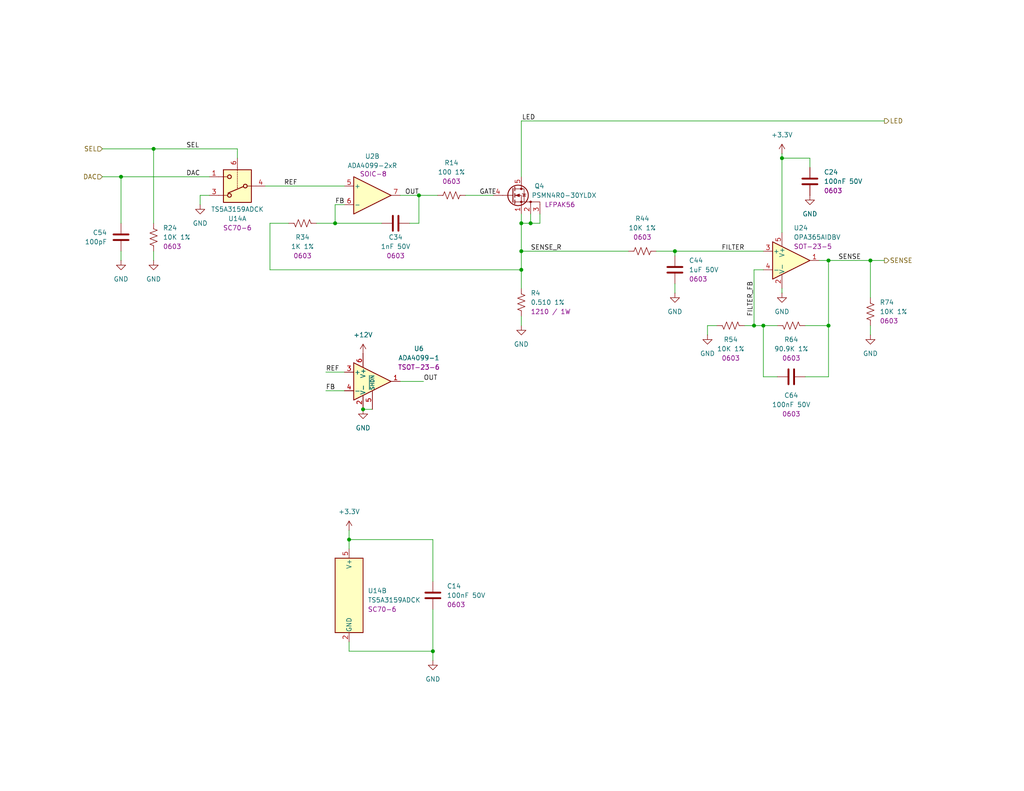
<source format=kicad_sch>
(kicad_sch
	(version 20250114)
	(generator "eeschema")
	(generator_version "9.0")
	(uuid "d95954a5-e306-4485-a8ed-bf4e368b2437")
	(paper "A")
	(title_block
		(title "PBM Driver 4 V2")
		(date "24-DEC-2025")
		(rev "A")
		(comment 1 "Part Number: PCB104 Rev A")
		(comment 4 "Copyright (c) 2025 John Vedder ")
		(comment 5 "MIT Licesnse")
	)
	(lib_symbols
		(symbol "$Local:+12V"
			(power)
			(pin_numbers
				(hide yes)
			)
			(pin_names
				(offset 0)
				(hide yes)
			)
			(exclude_from_sim no)
			(in_bom yes)
			(on_board yes)
			(property "Reference" "#PWR"
				(at 0 -3.81 0)
				(effects
					(font
						(size 1.27 1.27)
					)
					(hide yes)
				)
			)
			(property "Value" "+12V"
				(at 0 3.556 0)
				(effects
					(font
						(size 1.27 1.27)
					)
				)
			)
			(property "Footprint" ""
				(at 0 0 0)
				(effects
					(font
						(size 1.27 1.27)
					)
					(hide yes)
				)
			)
			(property "Datasheet" ""
				(at 0 0 0)
				(effects
					(font
						(size 1.27 1.27)
					)
					(hide yes)
				)
			)
			(property "Description" "Power symbol creates a global label with name \"+12V\""
				(at 0 0 0)
				(effects
					(font
						(size 1.27 1.27)
					)
					(hide yes)
				)
			)
			(property "ki_keywords" "global power"
				(at 0 0 0)
				(effects
					(font
						(size 1.27 1.27)
					)
					(hide yes)
				)
			)
			(symbol "+12V_0_1"
				(polyline
					(pts
						(xy -0.762 1.27) (xy 0 2.54)
					)
					(stroke
						(width 0)
						(type default)
					)
					(fill
						(type none)
					)
				)
				(polyline
					(pts
						(xy 0 2.54) (xy 0.762 1.27)
					)
					(stroke
						(width 0)
						(type default)
					)
					(fill
						(type none)
					)
				)
				(polyline
					(pts
						(xy 0 0) (xy 0 2.54)
					)
					(stroke
						(width 0)
						(type default)
					)
					(fill
						(type none)
					)
				)
			)
			(symbol "+12V_1_1"
				(pin power_in line
					(at 0 0 90)
					(length 0)
					(name "~"
						(effects
							(font
								(size 1.27 1.27)
							)
						)
					)
					(number "1"
						(effects
							(font
								(size 1.27 1.27)
							)
						)
					)
				)
			)
			(embedded_fonts no)
		)
		(symbol "$Local:+3.3V"
			(power)
			(pin_numbers
				(hide yes)
			)
			(pin_names
				(offset 0)
				(hide yes)
			)
			(exclude_from_sim no)
			(in_bom yes)
			(on_board yes)
			(property "Reference" "#PWR"
				(at 0 -3.81 0)
				(effects
					(font
						(size 1.27 1.27)
					)
					(hide yes)
				)
			)
			(property "Value" "+3.3V"
				(at 0 3.556 0)
				(effects
					(font
						(size 1.27 1.27)
					)
				)
			)
			(property "Footprint" ""
				(at 0 0 0)
				(effects
					(font
						(size 1.27 1.27)
					)
					(hide yes)
				)
			)
			(property "Datasheet" ""
				(at 0 0 0)
				(effects
					(font
						(size 1.27 1.27)
					)
					(hide yes)
				)
			)
			(property "Description" "Power symbol creates a global label with name \"+3.3V\""
				(at 0 0 0)
				(effects
					(font
						(size 1.27 1.27)
					)
					(hide yes)
				)
			)
			(property "ki_keywords" "global power"
				(at 0 0 0)
				(effects
					(font
						(size 1.27 1.27)
					)
					(hide yes)
				)
			)
			(symbol "+3.3V_0_1"
				(polyline
					(pts
						(xy -0.762 1.27) (xy 0 2.54)
					)
					(stroke
						(width 0)
						(type default)
					)
					(fill
						(type none)
					)
				)
				(polyline
					(pts
						(xy 0 2.54) (xy 0.762 1.27)
					)
					(stroke
						(width 0)
						(type default)
					)
					(fill
						(type none)
					)
				)
				(polyline
					(pts
						(xy 0 0) (xy 0 2.54)
					)
					(stroke
						(width 0)
						(type default)
					)
					(fill
						(type none)
					)
				)
			)
			(symbol "+3.3V_1_1"
				(pin power_in line
					(at 0 0 90)
					(length 0)
					(name "~"
						(effects
							(font
								(size 1.27 1.27)
							)
						)
					)
					(number "1"
						(effects
							(font
								(size 1.27 1.27)
							)
						)
					)
				)
			)
			(embedded_fonts no)
		)
		(symbol "$Local:ADA4099-1"
			(pin_names
				(offset 0.127)
			)
			(exclude_from_sim no)
			(in_bom yes)
			(on_board yes)
			(property "Reference" "U"
				(at 0 8.89 0)
				(effects
					(font
						(size 1.27 1.27)
					)
					(justify left)
				)
			)
			(property "Value" "ADA4099-1"
				(at 0 6.35 0)
				(effects
					(font
						(size 1.27 1.27)
					)
					(justify left)
				)
			)
			(property "Footprint" "$Local:TSOT-23-6"
				(at 0 -6.35 0)
				(effects
					(font
						(size 1.27 1.27)
					)
					(hide yes)
				)
			)
			(property "Datasheet" "https://www.analog.com/media/en/technical-documentation/data-sheets/ada4099-1_ada4099-2.pdf"
				(at 0 -8.89 0)
				(effects
					(font
						(size 1.27 1.27)
					)
					(justify left)
					(hide yes)
				)
			)
			(property "Description" "3.15..50V supply, 8MHz GBW, Rail-to-Rail input/output, over-the-top opamp with shutdown, TSOT-6"
				(at 0 0 0)
				(effects
					(font
						(size 1.27 1.27)
					)
					(hide yes)
				)
			)
			(property "Package" "TSOT-23-6"
				(at 0 3.81 0)
				(effects
					(font
						(size 1.27 1.27)
					)
					(justify left)
				)
			)
			(property "Digikey" "505-ADA4099-1BUJZ-RL7CT-ND"
				(at 0 0 0)
				(effects
					(font
						(size 1.27 1.27)
					)
					(hide yes)
				)
			)
			(property "ki_keywords" "single operational amplifier analog-devices high-voltage rrio"
				(at 0 0 0)
				(effects
					(font
						(size 1.27 1.27)
					)
					(hide yes)
				)
			)
			(property "ki_fp_filters" "TSOT?23*"
				(at 0 0 0)
				(effects
					(font
						(size 1.27 1.27)
					)
					(hide yes)
				)
			)
			(symbol "ADA4099-1_0_1"
				(polyline
					(pts
						(xy -5.08 5.08) (xy 5.08 0) (xy -5.08 -5.08) (xy -5.08 5.08)
					)
					(stroke
						(width 0.254)
						(type default)
					)
					(fill
						(type background)
					)
				)
			)
			(symbol "ADA4099-1_1_1"
				(pin input line
					(at -7.62 2.54 0)
					(length 2.54)
					(name "+"
						(effects
							(font
								(size 1.27 1.27)
							)
						)
					)
					(number "3"
						(effects
							(font
								(size 1.27 1.27)
							)
						)
					)
				)
				(pin input line
					(at -7.62 -2.54 0)
					(length 2.54)
					(name "-"
						(effects
							(font
								(size 1.27 1.27)
							)
						)
					)
					(number "4"
						(effects
							(font
								(size 1.27 1.27)
							)
						)
					)
				)
				(pin power_in line
					(at -2.54 7.62 270)
					(length 3.81)
					(name "V+"
						(effects
							(font
								(size 1.27 1.27)
							)
						)
					)
					(number "6"
						(effects
							(font
								(size 1.27 1.27)
							)
						)
					)
				)
				(pin power_in line
					(at -2.54 -7.62 90)
					(length 3.81)
					(name "V-"
						(effects
							(font
								(size 1.27 1.27)
							)
						)
					)
					(number "2"
						(effects
							(font
								(size 1.27 1.27)
							)
						)
					)
				)
				(pin input line
					(at 0 -7.62 90)
					(length 5.08)
					(name "~{SHDN}"
						(effects
							(font
								(size 1 1)
							)
						)
					)
					(number "5"
						(effects
							(font
								(size 1.27 1.27)
							)
						)
					)
				)
				(pin output line
					(at 7.62 0 180)
					(length 2.54)
					(name "~"
						(effects
							(font
								(size 1.27 1.27)
							)
						)
					)
					(number "1"
						(effects
							(font
								(size 1.27 1.27)
							)
						)
					)
				)
			)
			(embedded_fonts no)
		)
		(symbol "$Local:ADA4099-2xR"
			(pin_names
				(offset 0.127)
			)
			(exclude_from_sim no)
			(in_bom yes)
			(on_board yes)
			(property "Reference" "U"
				(at 3.048 8.382 0)
				(effects
					(font
						(size 1.27 1.27)
					)
					(justify left)
				)
			)
			(property "Value" "ADA4099-2xR"
				(at 3.048 5.842 0)
				(effects
					(font
						(size 1.27 1.27)
					)
					(justify left)
				)
			)
			(property "Footprint" "$Local:SOIC-8_3.9x4.9mm_P1.27mm"
				(at 2.54 0 0)
				(effects
					(font
						(size 1.27 1.27)
					)
					(hide yes)
				)
			)
			(property "Datasheet" "https://www.analog.com/media/en/technical-documentation/data-sheets/ada4099-1_ada4099-2.pdf"
				(at 6.35 3.81 0)
				(effects
					(font
						(size 1.27 1.27)
					)
					(hide yes)
				)
			)
			(property "Description" "Dual OpAmp, 50V, 8MHz, RRIO, 1.5mA/Ch, 5.5V/uS, SOIC-8"
				(at 0 0 0)
				(effects
					(font
						(size 1.27 1.27)
					)
					(hide yes)
				)
			)
			(property "PN" "505-ADA4099-2BRZ-ND"
				(at 0 0 0)
				(effects
					(font
						(size 1.27 1.27)
					)
					(hide yes)
				)
			)
			(property "Package" "SOIC-8"
				(at 3.048 3.302 0)
				(effects
					(font
						(size 1.27 1.27)
					)
					(justify left)
				)
			)
			(property "ki_locked" ""
				(at 0 0 0)
				(effects
					(font
						(size 1.27 1.27)
					)
				)
			)
			(property "ki_keywords" "operational amplifier analog-devices high-voltage rrio"
				(at 0 0 0)
				(effects
					(font
						(size 1.27 1.27)
					)
					(hide yes)
				)
			)
			(property "ki_fp_filters" "SOIC*3.9x4.9mm*P1.27mm*"
				(at 0 0 0)
				(effects
					(font
						(size 1.27 1.27)
					)
					(hide yes)
				)
			)
			(symbol "ADA4099-2xR_1_1"
				(polyline
					(pts
						(xy 5.08 0) (xy -5.08 5.08) (xy -5.08 -5.08) (xy 5.08 0)
					)
					(stroke
						(width 0.254)
						(type default)
					)
					(fill
						(type background)
					)
				)
				(pin input line
					(at -7.62 2.54 0)
					(length 2.54)
					(name "+"
						(effects
							(font
								(size 1.27 1.27)
							)
						)
					)
					(number "3"
						(effects
							(font
								(size 1.27 1.27)
							)
						)
					)
				)
				(pin input line
					(at -7.62 -2.54 0)
					(length 2.54)
					(name "-"
						(effects
							(font
								(size 1.27 1.27)
							)
						)
					)
					(number "2"
						(effects
							(font
								(size 1.27 1.27)
							)
						)
					)
				)
				(pin output line
					(at 7.62 0 180)
					(length 2.54)
					(name "~"
						(effects
							(font
								(size 1.27 1.27)
							)
						)
					)
					(number "1"
						(effects
							(font
								(size 1.27 1.27)
							)
						)
					)
				)
			)
			(symbol "ADA4099-2xR_2_1"
				(polyline
					(pts
						(xy 5.08 0) (xy -5.08 5.08) (xy -5.08 -5.08) (xy 5.08 0)
					)
					(stroke
						(width 0.254)
						(type default)
					)
					(fill
						(type background)
					)
				)
				(pin input line
					(at -7.62 2.54 0)
					(length 2.54)
					(name "+"
						(effects
							(font
								(size 1.27 1.27)
							)
						)
					)
					(number "5"
						(effects
							(font
								(size 1.27 1.27)
							)
						)
					)
				)
				(pin input line
					(at -7.62 -2.54 0)
					(length 2.54)
					(name "-"
						(effects
							(font
								(size 1.27 1.27)
							)
						)
					)
					(number "6"
						(effects
							(font
								(size 1.27 1.27)
							)
						)
					)
				)
				(pin output line
					(at 7.62 0 180)
					(length 2.54)
					(name "~"
						(effects
							(font
								(size 1.27 1.27)
							)
						)
					)
					(number "7"
						(effects
							(font
								(size 1.27 1.27)
							)
						)
					)
				)
			)
			(symbol "ADA4099-2xR_3_1"
				(rectangle
					(start -2.54 3.81)
					(end 2.54 -3.81)
					(stroke
						(width 0)
						(type default)
					)
					(fill
						(type background)
					)
				)
				(pin power_in line
					(at 0 7.62 270)
					(length 3.81)
					(name "V+"
						(effects
							(font
								(size 1.27 1.27)
							)
						)
					)
					(number "8"
						(effects
							(font
								(size 1.27 1.27)
							)
						)
					)
				)
				(pin power_in line
					(at 0 -7.62 90)
					(length 3.81)
					(name "V-"
						(effects
							(font
								(size 1.27 1.27)
							)
						)
					)
					(number "4"
						(effects
							(font
								(size 1.27 1.27)
							)
						)
					)
				)
			)
			(embedded_fonts no)
		)
		(symbol "$Local:C"
			(pin_numbers
				(hide yes)
			)
			(pin_names
				(offset 0.254)
			)
			(exclude_from_sim no)
			(in_bom yes)
			(on_board yes)
			(property "Reference" "C"
				(at 0.635 2.54 0)
				(effects
					(font
						(size 1.27 1.27)
					)
					(justify left)
				)
			)
			(property "Value" "C"
				(at 0.635 -2.54 0)
				(effects
					(font
						(size 1.27 1.27)
					)
					(justify left)
				)
			)
			(property "Footprint" ""
				(at 0.9652 -3.81 0)
				(effects
					(font
						(size 1.27 1.27)
					)
					(hide yes)
				)
			)
			(property "Datasheet" "~"
				(at 0 0 0)
				(effects
					(font
						(size 1.27 1.27)
					)
					(hide yes)
				)
			)
			(property "Description" "Unpolarized capacitor"
				(at 0 0 0)
				(effects
					(font
						(size 1.27 1.27)
					)
					(hide yes)
				)
			)
			(property "ki_keywords" "cap capacitor"
				(at 0 0 0)
				(effects
					(font
						(size 1.27 1.27)
					)
					(hide yes)
				)
			)
			(property "ki_fp_filters" "C_*"
				(at 0 0 0)
				(effects
					(font
						(size 1.27 1.27)
					)
					(hide yes)
				)
			)
			(symbol "C_0_1"
				(polyline
					(pts
						(xy -2.032 0.762) (xy 2.032 0.762)
					)
					(stroke
						(width 0.508)
						(type default)
					)
					(fill
						(type none)
					)
				)
				(polyline
					(pts
						(xy -2.032 -0.762) (xy 2.032 -0.762)
					)
					(stroke
						(width 0.508)
						(type default)
					)
					(fill
						(type none)
					)
				)
			)
			(symbol "C_1_1"
				(pin passive line
					(at 0 3.81 270)
					(length 2.794)
					(name "~"
						(effects
							(font
								(size 1.27 1.27)
							)
						)
					)
					(number "1"
						(effects
							(font
								(size 1.27 1.27)
							)
						)
					)
				)
				(pin passive line
					(at 0 -3.81 90)
					(length 2.794)
					(name "~"
						(effects
							(font
								(size 1.27 1.27)
							)
						)
					)
					(number "2"
						(effects
							(font
								(size 1.27 1.27)
							)
						)
					)
				)
			)
			(embedded_fonts no)
		)
		(symbol "$Local:C_0603_100NF_50V"
			(pin_numbers
				(hide yes)
			)
			(pin_names
				(offset 0.254)
			)
			(exclude_from_sim no)
			(in_bom yes)
			(on_board yes)
			(property "Reference" "C"
				(at 3.81 1.2701 0)
				(effects
					(font
						(size 1.27 1.27)
					)
					(justify left)
				)
			)
			(property "Value" "100nF 50V"
				(at 3.81 -1.2699 0)
				(effects
					(font
						(size 1.27 1.27)
					)
					(justify left)
				)
			)
			(property "Footprint" "$Local:C_0603_1608Metric"
				(at 0.9652 -3.81 0)
				(effects
					(font
						(size 1.27 1.27)
					)
					(hide yes)
				)
			)
			(property "Datasheet" "~"
				(at 0 0 0)
				(effects
					(font
						(size 1.27 1.27)
					)
					(hide yes)
				)
			)
			(property "Description" "CAP CER 100nF 50V X7R 0603"
				(at 0 0 0)
				(effects
					(font
						(size 1.27 1.27)
					)
					(hide yes)
				)
			)
			(property "Size" "0603"
				(at 3.81 -3.81 0)
				(effects
					(font
						(size 1.27 1.27)
					)
					(justify left)
				)
			)
			(property "PN" "399-5089-1-ND "
				(at 0 0 0)
				(effects
					(font
						(size 1.27 1.27)
					)
					(hide yes)
				)
			)
			(property "ki_keywords" "cap capacitor"
				(at 0 0 0)
				(effects
					(font
						(size 1.27 1.27)
					)
					(hide yes)
				)
			)
			(property "ki_fp_filters" "C_*"
				(at 0 0 0)
				(effects
					(font
						(size 1.27 1.27)
					)
					(hide yes)
				)
			)
			(symbol "C_0603_100NF_50V_0_1"
				(polyline
					(pts
						(xy -2.032 0.762) (xy 2.032 0.762)
					)
					(stroke
						(width 0.508)
						(type default)
					)
					(fill
						(type none)
					)
				)
				(polyline
					(pts
						(xy -2.032 -0.762) (xy 2.032 -0.762)
					)
					(stroke
						(width 0.508)
						(type default)
					)
					(fill
						(type none)
					)
				)
			)
			(symbol "C_0603_100NF_50V_1_1"
				(pin passive line
					(at 0 3.81 270)
					(length 2.794)
					(name "~"
						(effects
							(font
								(size 1.27 1.27)
							)
						)
					)
					(number "1"
						(effects
							(font
								(size 1.27 1.27)
							)
						)
					)
				)
				(pin passive line
					(at 0 -3.81 90)
					(length 2.794)
					(name "~"
						(effects
							(font
								(size 1.27 1.27)
							)
						)
					)
					(number "2"
						(effects
							(font
								(size 1.27 1.27)
							)
						)
					)
				)
			)
			(embedded_fonts no)
		)
		(symbol "$Local:C_0603_1NF_50V"
			(pin_numbers
				(hide yes)
			)
			(pin_names
				(offset 0.254)
			)
			(exclude_from_sim no)
			(in_bom yes)
			(on_board yes)
			(property "Reference" "C"
				(at 3.81 1.2701 0)
				(effects
					(font
						(size 1.27 1.27)
					)
					(justify left)
				)
			)
			(property "Value" "1nF 50V"
				(at 3.81 -1.2699 0)
				(effects
					(font
						(size 1.27 1.27)
					)
					(justify left)
				)
			)
			(property "Footprint" "$Local:C_0603_1608Metric"
				(at 0.9652 -3.81 0)
				(effects
					(font
						(size 1.27 1.27)
					)
					(hide yes)
				)
			)
			(property "Datasheet" "~"
				(at 0 0 0)
				(effects
					(font
						(size 1.27 1.27)
					)
					(hide yes)
				)
			)
			(property "Description" "CAP CER 1nF 50V X7R 0603"
				(at 0 0 0)
				(effects
					(font
						(size 1.27 1.27)
					)
					(hide yes)
				)
			)
			(property "Size" "0603"
				(at 3.81 -3.81 0)
				(effects
					(font
						(size 1.27 1.27)
					)
					(justify left)
				)
			)
			(property "PN" "399-1082-1-ND "
				(at 0 0 0)
				(effects
					(font
						(size 1.27 1.27)
					)
					(hide yes)
				)
			)
			(property "ki_keywords" "cap capacitor"
				(at 0 0 0)
				(effects
					(font
						(size 1.27 1.27)
					)
					(hide yes)
				)
			)
			(property "ki_fp_filters" "C_*"
				(at 0 0 0)
				(effects
					(font
						(size 1.27 1.27)
					)
					(hide yes)
				)
			)
			(symbol "C_0603_1NF_50V_0_1"
				(polyline
					(pts
						(xy -2.032 0.762) (xy 2.032 0.762)
					)
					(stroke
						(width 0.508)
						(type default)
					)
					(fill
						(type none)
					)
				)
				(polyline
					(pts
						(xy -2.032 -0.762) (xy 2.032 -0.762)
					)
					(stroke
						(width 0.508)
						(type default)
					)
					(fill
						(type none)
					)
				)
			)
			(symbol "C_0603_1NF_50V_1_1"
				(pin passive line
					(at 0 3.81 270)
					(length 2.794)
					(name "~"
						(effects
							(font
								(size 1.27 1.27)
							)
						)
					)
					(number "1"
						(effects
							(font
								(size 1.27 1.27)
							)
						)
					)
				)
				(pin passive line
					(at 0 -3.81 90)
					(length 2.794)
					(name "~"
						(effects
							(font
								(size 1.27 1.27)
							)
						)
					)
					(number "2"
						(effects
							(font
								(size 1.27 1.27)
							)
						)
					)
				)
			)
			(embedded_fonts no)
		)
		(symbol "$Local:GND"
			(power)
			(pin_numbers
				(hide yes)
			)
			(pin_names
				(offset 0)
				(hide yes)
			)
			(exclude_from_sim no)
			(in_bom yes)
			(on_board yes)
			(property "Reference" "#PWR"
				(at 0 -6.35 0)
				(effects
					(font
						(size 1.27 1.27)
					)
					(hide yes)
				)
			)
			(property "Value" "GND"
				(at 0 -3.81 0)
				(effects
					(font
						(size 1.27 1.27)
					)
				)
			)
			(property "Footprint" ""
				(at 0 0 0)
				(effects
					(font
						(size 1.27 1.27)
					)
					(hide yes)
				)
			)
			(property "Datasheet" ""
				(at 0 0 0)
				(effects
					(font
						(size 1.27 1.27)
					)
					(hide yes)
				)
			)
			(property "Description" "Power symbol creates a global label with name \"GND\" , ground"
				(at 0 0 0)
				(effects
					(font
						(size 1.27 1.27)
					)
					(hide yes)
				)
			)
			(property "ki_keywords" "global power"
				(at 0 0 0)
				(effects
					(font
						(size 1.27 1.27)
					)
					(hide yes)
				)
			)
			(symbol "GND_0_1"
				(polyline
					(pts
						(xy 0 0) (xy 0 -1.27) (xy 1.27 -1.27) (xy 0 -2.54) (xy -1.27 -1.27) (xy 0 -1.27)
					)
					(stroke
						(width 0)
						(type default)
					)
					(fill
						(type none)
					)
				)
			)
			(symbol "GND_1_1"
				(pin power_in line
					(at 0 0 270)
					(length 0)
					(name "~"
						(effects
							(font
								(size 1.27 1.27)
							)
						)
					)
					(number "1"
						(effects
							(font
								(size 1.27 1.27)
							)
						)
					)
				)
			)
			(embedded_fonts no)
		)
		(symbol "$Local:OPA365AIDBV"
			(pin_names
				(offset 0.127)
			)
			(exclude_from_sim no)
			(in_bom yes)
			(on_board yes)
			(property "Reference" "U"
				(at 0 9.144 0)
				(effects
					(font
						(size 1.27 1.27)
					)
					(justify left)
				)
			)
			(property "Value" "OPA365AIDBV"
				(at 0 6.604 0)
				(effects
					(font
						(size 1.27 1.27)
					)
					(justify left)
				)
			)
			(property "Footprint" "$Local:SOT-23-5"
				(at -2.54 -5.08 0)
				(effects
					(font
						(size 1.27 1.27)
					)
					(justify left)
					(hide yes)
				)
			)
			(property "Datasheet" "https://www.ti.com/lit/ds/symlink/opa365.pdf"
				(at 0 5.08 0)
				(effects
					(font
						(size 1.27 1.27)
					)
					(hide yes)
				)
			)
			(property "Description" "50-MHz, Zero-Crossover, Low-Distortion, High CMRR, RRI/O, Single-Supply, SOT-23-5"
				(at 0 0 0)
				(effects
					(font
						(size 1.27 1.27)
					)
					(hide yes)
				)
			)
			(property "Package" "SOT-23-5"
				(at 0 4.064 0)
				(effects
					(font
						(size 1.27 1.27)
					)
					(justify left)
				)
			)
			(property "Digikey" "296-26283-1-ND"
				(at 0 0 0)
				(effects
					(font
						(size 1.27 1.27)
					)
					(hide yes)
				)
			)
			(property "ki_keywords" "single opamp"
				(at 0 0 0)
				(effects
					(font
						(size 1.27 1.27)
					)
					(hide yes)
				)
			)
			(property "ki_fp_filters" "SOT?23*"
				(at 0 0 0)
				(effects
					(font
						(size 1.27 1.27)
					)
					(hide yes)
				)
			)
			(symbol "OPA365AIDBV_0_1"
				(polyline
					(pts
						(xy -5.08 5.08) (xy 5.08 0) (xy -5.08 -5.08) (xy -5.08 5.08)
					)
					(stroke
						(width 0.254)
						(type default)
					)
					(fill
						(type background)
					)
				)
				(pin power_in line
					(at -2.54 7.62 270)
					(length 3.81)
					(name "V+"
						(effects
							(font
								(size 1.27 1.27)
							)
						)
					)
					(number "5"
						(effects
							(font
								(size 1.27 1.27)
							)
						)
					)
				)
				(pin power_in line
					(at -2.54 -7.62 90)
					(length 3.81)
					(name "V-"
						(effects
							(font
								(size 1.27 1.27)
							)
						)
					)
					(number "2"
						(effects
							(font
								(size 1.27 1.27)
							)
						)
					)
				)
			)
			(symbol "OPA365AIDBV_1_1"
				(pin input line
					(at -7.62 2.54 0)
					(length 2.54)
					(name "+"
						(effects
							(font
								(size 1.27 1.27)
							)
						)
					)
					(number "3"
						(effects
							(font
								(size 1.27 1.27)
							)
						)
					)
				)
				(pin input line
					(at -7.62 -2.54 0)
					(length 2.54)
					(name "-"
						(effects
							(font
								(size 1.27 1.27)
							)
						)
					)
					(number "4"
						(effects
							(font
								(size 1.27 1.27)
							)
						)
					)
				)
				(pin output line
					(at 7.62 0 180)
					(length 2.54)
					(name "~"
						(effects
							(font
								(size 1.27 1.27)
							)
						)
					)
					(number "1"
						(effects
							(font
								(size 1.27 1.27)
							)
						)
					)
				)
			)
			(embedded_fonts no)
		)
		(symbol "$Local:PSMN4R0-30YLDX"
			(pin_names
				(hide yes)
			)
			(exclude_from_sim no)
			(in_bom yes)
			(on_board yes)
			(property "Reference" "Q"
				(at 5.334 2.032 0)
				(effects
					(font
						(size 1.27 1.27)
					)
					(justify left)
				)
			)
			(property "Value" "PSMN4R0-30YLDX"
				(at 5.334 0 0)
				(effects
					(font
						(size 1.27 1.27)
					)
					(justify left)
				)
			)
			(property "Footprint" "$Local:LFPAK56"
				(at 5.08 -1.905 0)
				(effects
					(font
						(size 1.27 1.27)
						(italic yes)
					)
					(justify left)
					(hide yes)
				)
			)
			(property "Datasheet" ""
				(at 5.08 -3.81 0)
				(effects
					(font
						(size 1.27 1.27)
					)
					(justify left)
					(hide yes)
				)
			)
			(property "Description" "N-FET, 30V, 95A, 4mΩ, MOSFET, LFPAK56"
				(at 0 0 0)
				(effects
					(font
						(size 1.27 1.27)
					)
					(hide yes)
				)
			)
			(property "PN" "1727-1232-1-ND"
				(at 0 0 0)
				(effects
					(font
						(size 1.27 1.27)
					)
					(hide yes)
				)
			)
			(property "ki_keywords" "N-Channel MOSFET"
				(at 0 0 0)
				(effects
					(font
						(size 1.27 1.27)
					)
					(hide yes)
				)
			)
			(property "ki_fp_filters" "LFPAK56*"
				(at 0 0 0)
				(effects
					(font
						(size 1.27 1.27)
					)
					(hide yes)
				)
			)
			(symbol "PSMN4R0-30YLDX_0_1"
				(polyline
					(pts
						(xy 0.254 1.905) (xy 0.254 -1.905)
					)
					(stroke
						(width 0.254)
						(type default)
					)
					(fill
						(type none)
					)
				)
				(polyline
					(pts
						(xy 0.254 0) (xy -2.54 0)
					)
					(stroke
						(width 0)
						(type default)
					)
					(fill
						(type none)
					)
				)
				(polyline
					(pts
						(xy 0.762 2.286) (xy 0.762 1.27)
					)
					(stroke
						(width 0.254)
						(type default)
					)
					(fill
						(type none)
					)
				)
				(polyline
					(pts
						(xy 0.762 0.508) (xy 0.762 -0.508)
					)
					(stroke
						(width 0.254)
						(type default)
					)
					(fill
						(type none)
					)
				)
				(polyline
					(pts
						(xy 0.762 -1.27) (xy 0.762 -2.286)
					)
					(stroke
						(width 0.254)
						(type default)
					)
					(fill
						(type none)
					)
				)
				(polyline
					(pts
						(xy 0.762 -1.778) (xy 3.302 -1.778) (xy 3.302 1.778) (xy 0.762 1.778)
					)
					(stroke
						(width 0)
						(type default)
					)
					(fill
						(type none)
					)
				)
				(polyline
					(pts
						(xy 1.016 0) (xy 2.032 0.381) (xy 2.032 -0.381) (xy 1.016 0)
					)
					(stroke
						(width 0)
						(type default)
					)
					(fill
						(type outline)
					)
				)
				(circle
					(center 1.651 0)
					(radius 2.794)
					(stroke
						(width 0.254)
						(type default)
					)
					(fill
						(type none)
					)
				)
				(polyline
					(pts
						(xy 2.54 2.54) (xy 2.54 1.778)
					)
					(stroke
						(width 0)
						(type default)
					)
					(fill
						(type none)
					)
				)
				(circle
					(center 2.54 1.778)
					(radius 0.254)
					(stroke
						(width 0)
						(type default)
					)
					(fill
						(type outline)
					)
				)
				(circle
					(center 2.54 -1.778)
					(radius 0.254)
					(stroke
						(width 0)
						(type default)
					)
					(fill
						(type outline)
					)
				)
				(polyline
					(pts
						(xy 2.54 -2.54) (xy 2.54 0) (xy 0.762 0)
					)
					(stroke
						(width 0)
						(type default)
					)
					(fill
						(type none)
					)
				)
				(polyline
					(pts
						(xy 2.794 0.508) (xy 2.921 0.381) (xy 3.683 0.381) (xy 3.81 0.254)
					)
					(stroke
						(width 0)
						(type default)
					)
					(fill
						(type none)
					)
				)
				(polyline
					(pts
						(xy 3.302 0.381) (xy 2.921 -0.254) (xy 3.683 -0.254) (xy 3.302 0.381)
					)
					(stroke
						(width 0)
						(type default)
					)
					(fill
						(type none)
					)
				)
				(polyline
					(pts
						(xy 3.302 -1.778) (xy 7.62 -1.778) (xy 7.62 -2.54)
					)
					(stroke
						(width 0)
						(type default)
					)
					(fill
						(type none)
					)
				)
				(circle
					(center 5.08 -1.778)
					(radius 0.254)
					(stroke
						(width 0)
						(type default)
					)
					(fill
						(type outline)
					)
				)
				(polyline
					(pts
						(xy 5.08 -2.54) (xy 5.08 -1.778)
					)
					(stroke
						(width 0)
						(type default)
					)
					(fill
						(type none)
					)
				)
			)
			(symbol "PSMN4R0-30YLDX_1_1"
				(pin passive line
					(at -5.08 0 0)
					(length 2.54)
					(name "G"
						(effects
							(font
								(size 1.27 1.27)
							)
						)
					)
					(number "4"
						(effects
							(font
								(size 1.27 1.27)
							)
						)
					)
				)
				(pin passive line
					(at 2.54 5.08 270)
					(length 2.54)
					(name "D"
						(effects
							(font
								(size 1.27 1.27)
							)
						)
					)
					(number "5"
						(effects
							(font
								(size 1.27 1.27)
							)
						)
					)
				)
				(pin passive line
					(at 2.54 -5.08 90)
					(length 2.54)
					(name "S"
						(effects
							(font
								(size 1.27 1.27)
							)
						)
					)
					(number "1"
						(effects
							(font
								(size 1.27 1.27)
							)
						)
					)
				)
				(pin passive line
					(at 5.08 -5.08 90)
					(length 2.54)
					(name "S"
						(effects
							(font
								(size 1.27 1.27)
							)
						)
					)
					(number "2"
						(effects
							(font
								(size 1.27 1.27)
							)
						)
					)
				)
				(pin passive line
					(at 7.62 -5.08 90)
					(length 2.54)
					(name "S"
						(effects
							(font
								(size 1.27 1.27)
							)
						)
					)
					(number "3"
						(effects
							(font
								(size 1.27 1.27)
							)
						)
					)
				)
			)
			(embedded_fonts no)
		)
		(symbol "$Local:R_0603_100"
			(pin_numbers
				(hide yes)
			)
			(pin_names
				(offset 0)
			)
			(exclude_from_sim no)
			(in_bom yes)
			(on_board yes)
			(property "Reference" "R"
				(at 2.54 0 90)
				(effects
					(font
						(size 1.27 1.27)
					)
				)
			)
			(property "Value" "100 1%"
				(at -5.08 0 90)
				(effects
					(font
						(size 1.27 1.27)
					)
				)
			)
			(property "Footprint" "$Local:R_0603_1608Metric"
				(at 1.016 -0.254 90)
				(effects
					(font
						(size 1.27 1.27)
					)
					(hide yes)
				)
			)
			(property "Datasheet" "~"
				(at 0 0 0)
				(effects
					(font
						(size 1.27 1.27)
					)
					(hide yes)
				)
			)
			(property "Description" "RES SMD 100 OHM 1% 1/10W 0603"
				(at 0 0 0)
				(effects
					(font
						(size 1.27 1.27)
					)
					(hide yes)
				)
			)
			(property "Size" "0603"
				(at -2.54 0 90)
				(effects
					(font
						(size 1.27 1.27)
					)
				)
			)
			(property "PN" ""
				(at 0 0 0)
				(effects
					(font
						(size 1.27 1.27)
					)
					(hide yes)
				)
			)
			(property "ki_keywords" "R res resistor"
				(at 0 0 0)
				(effects
					(font
						(size 1.27 1.27)
					)
					(hide yes)
				)
			)
			(property "ki_fp_filters" "R_*"
				(at 0 0 0)
				(effects
					(font
						(size 1.27 1.27)
					)
					(hide yes)
				)
			)
			(symbol "R_0603_100_0_1"
				(polyline
					(pts
						(xy 0 2.286) (xy 0 2.54)
					)
					(stroke
						(width 0)
						(type default)
					)
					(fill
						(type none)
					)
				)
				(polyline
					(pts
						(xy 0 2.286) (xy 1.016 1.905) (xy 0 1.524) (xy -1.016 1.143) (xy 0 0.762)
					)
					(stroke
						(width 0)
						(type default)
					)
					(fill
						(type none)
					)
				)
				(polyline
					(pts
						(xy 0 0.762) (xy 1.016 0.381) (xy 0 0) (xy -1.016 -0.381) (xy 0 -0.762)
					)
					(stroke
						(width 0)
						(type default)
					)
					(fill
						(type none)
					)
				)
				(polyline
					(pts
						(xy 0 -0.762) (xy 1.016 -1.143) (xy 0 -1.524) (xy -1.016 -1.905) (xy 0 -2.286)
					)
					(stroke
						(width 0)
						(type default)
					)
					(fill
						(type none)
					)
				)
				(polyline
					(pts
						(xy 0 -2.286) (xy 0 -2.54)
					)
					(stroke
						(width 0)
						(type default)
					)
					(fill
						(type none)
					)
				)
			)
			(symbol "R_0603_100_1_1"
				(pin passive line
					(at 0 3.81 270)
					(length 1.27)
					(name "~"
						(effects
							(font
								(size 1.27 1.27)
							)
						)
					)
					(number "1"
						(effects
							(font
								(size 1.27 1.27)
							)
						)
					)
				)
				(pin passive line
					(at 0 -3.81 90)
					(length 1.27)
					(name "~"
						(effects
							(font
								(size 1.27 1.27)
							)
						)
					)
					(number "2"
						(effects
							(font
								(size 1.27 1.27)
							)
						)
					)
				)
			)
			(embedded_fonts no)
		)
		(symbol "$Local:R_0603_10K"
			(pin_numbers
				(hide yes)
			)
			(pin_names
				(offset 0)
			)
			(exclude_from_sim no)
			(in_bom yes)
			(on_board yes)
			(property "Reference" "R"
				(at 2.54 0 90)
				(effects
					(font
						(size 1.27 1.27)
					)
				)
			)
			(property "Value" "10K 1%"
				(at -5.08 0 90)
				(effects
					(font
						(size 1.27 1.27)
					)
				)
			)
			(property "Footprint" "$Local:R_0603_1608Metric"
				(at 1.016 -0.254 90)
				(effects
					(font
						(size 1.27 1.27)
					)
					(hide yes)
				)
			)
			(property "Datasheet" "~"
				(at 0 0 0)
				(effects
					(font
						(size 1.27 1.27)
					)
					(hide yes)
				)
			)
			(property "Description" "RES SMD 10K OHM 1% 1/10W 0603"
				(at 0 0 0)
				(effects
					(font
						(size 1.27 1.27)
					)
					(hide yes)
				)
			)
			(property "Size" "0603"
				(at -2.54 0 90)
				(effects
					(font
						(size 1.27 1.27)
					)
				)
			)
			(property "PN" ""
				(at 0 0 0)
				(effects
					(font
						(size 1.27 1.27)
					)
					(hide yes)
				)
			)
			(property "ki_keywords" "R res resistor"
				(at 0 0 0)
				(effects
					(font
						(size 1.27 1.27)
					)
					(hide yes)
				)
			)
			(property "ki_fp_filters" "R_*"
				(at 0 0 0)
				(effects
					(font
						(size 1.27 1.27)
					)
					(hide yes)
				)
			)
			(symbol "R_0603_10K_0_1"
				(polyline
					(pts
						(xy 0 2.286) (xy 0 2.54)
					)
					(stroke
						(width 0)
						(type default)
					)
					(fill
						(type none)
					)
				)
				(polyline
					(pts
						(xy 0 2.286) (xy 1.016 1.905) (xy 0 1.524) (xy -1.016 1.143) (xy 0 0.762)
					)
					(stroke
						(width 0)
						(type default)
					)
					(fill
						(type none)
					)
				)
				(polyline
					(pts
						(xy 0 0.762) (xy 1.016 0.381) (xy 0 0) (xy -1.016 -0.381) (xy 0 -0.762)
					)
					(stroke
						(width 0)
						(type default)
					)
					(fill
						(type none)
					)
				)
				(polyline
					(pts
						(xy 0 -0.762) (xy 1.016 -1.143) (xy 0 -1.524) (xy -1.016 -1.905) (xy 0 -2.286)
					)
					(stroke
						(width 0)
						(type default)
					)
					(fill
						(type none)
					)
				)
				(polyline
					(pts
						(xy 0 -2.286) (xy 0 -2.54)
					)
					(stroke
						(width 0)
						(type default)
					)
					(fill
						(type none)
					)
				)
			)
			(symbol "R_0603_10K_1_1"
				(pin passive line
					(at 0 3.81 270)
					(length 1.27)
					(name "~"
						(effects
							(font
								(size 1.27 1.27)
							)
						)
					)
					(number "1"
						(effects
							(font
								(size 1.27 1.27)
							)
						)
					)
				)
				(pin passive line
					(at 0 -3.81 90)
					(length 1.27)
					(name "~"
						(effects
							(font
								(size 1.27 1.27)
							)
						)
					)
					(number "2"
						(effects
							(font
								(size 1.27 1.27)
							)
						)
					)
				)
			)
			(embedded_fonts no)
		)
		(symbol "$Local:R_0603_1K"
			(pin_numbers
				(hide yes)
			)
			(pin_names
				(offset 0)
			)
			(exclude_from_sim no)
			(in_bom yes)
			(on_board yes)
			(property "Reference" "R"
				(at 2.54 0 90)
				(effects
					(font
						(size 1.27 1.27)
					)
				)
			)
			(property "Value" "1K 1%"
				(at -5.08 0 90)
				(effects
					(font
						(size 1.27 1.27)
					)
				)
			)
			(property "Footprint" "$Local:R_0603_1608Metric"
				(at 1.016 -0.254 90)
				(effects
					(font
						(size 1.27 1.27)
					)
					(hide yes)
				)
			)
			(property "Datasheet" "~"
				(at 0 0 0)
				(effects
					(font
						(size 1.27 1.27)
					)
					(hide yes)
				)
			)
			(property "Description" "RES SMD 1K OHM 1% 1/10W 0603"
				(at 0 0 0)
				(effects
					(font
						(size 1.27 1.27)
					)
					(hide yes)
				)
			)
			(property "Size" "0603"
				(at -2.54 0 90)
				(effects
					(font
						(size 1.27 1.27)
					)
				)
			)
			(property "PN" ""
				(at 0 0 0)
				(effects
					(font
						(size 1.27 1.27)
					)
					(hide yes)
				)
			)
			(property "ki_keywords" "R res resistor"
				(at 0 0 0)
				(effects
					(font
						(size 1.27 1.27)
					)
					(hide yes)
				)
			)
			(property "ki_fp_filters" "R_*"
				(at 0 0 0)
				(effects
					(font
						(size 1.27 1.27)
					)
					(hide yes)
				)
			)
			(symbol "R_0603_1K_0_1"
				(polyline
					(pts
						(xy 0 2.286) (xy 0 2.54)
					)
					(stroke
						(width 0)
						(type default)
					)
					(fill
						(type none)
					)
				)
				(polyline
					(pts
						(xy 0 2.286) (xy 1.016 1.905) (xy 0 1.524) (xy -1.016 1.143) (xy 0 0.762)
					)
					(stroke
						(width 0)
						(type default)
					)
					(fill
						(type none)
					)
				)
				(polyline
					(pts
						(xy 0 0.762) (xy 1.016 0.381) (xy 0 0) (xy -1.016 -0.381) (xy 0 -0.762)
					)
					(stroke
						(width 0)
						(type default)
					)
					(fill
						(type none)
					)
				)
				(polyline
					(pts
						(xy 0 -0.762) (xy 1.016 -1.143) (xy 0 -1.524) (xy -1.016 -1.905) (xy 0 -2.286)
					)
					(stroke
						(width 0)
						(type default)
					)
					(fill
						(type none)
					)
				)
				(polyline
					(pts
						(xy 0 -2.286) (xy 0 -2.54)
					)
					(stroke
						(width 0)
						(type default)
					)
					(fill
						(type none)
					)
				)
			)
			(symbol "R_0603_1K_1_1"
				(pin passive line
					(at 0 3.81 270)
					(length 1.27)
					(name "~"
						(effects
							(font
								(size 1.27 1.27)
							)
						)
					)
					(number "1"
						(effects
							(font
								(size 1.27 1.27)
							)
						)
					)
				)
				(pin passive line
					(at 0 -3.81 90)
					(length 1.27)
					(name "~"
						(effects
							(font
								(size 1.27 1.27)
							)
						)
					)
					(number "2"
						(effects
							(font
								(size 1.27 1.27)
							)
						)
					)
				)
			)
			(embedded_fonts no)
		)
		(symbol "$Local:R_1210_R51"
			(pin_numbers
				(hide yes)
			)
			(pin_names
				(offset 0)
			)
			(exclude_from_sim no)
			(in_bom yes)
			(on_board yes)
			(property "Reference" "R"
				(at 2.54 0 90)
				(effects
					(font
						(size 1.27 1.27)
					)
				)
			)
			(property "Value" "0.510 1%"
				(at -5.08 0 90)
				(effects
					(font
						(size 1.27 1.27)
					)
				)
			)
			(property "Footprint" "$Local:R_1210_3225Metric_Pad1.30x2.65mm_HandSolder"
				(at 1.016 -0.254 90)
				(effects
					(font
						(size 1.27 1.27)
					)
					(hide yes)
				)
			)
			(property "Datasheet" "~"
				(at 0 0 0)
				(effects
					(font
						(size 1.27 1.27)
					)
					(hide yes)
				)
			)
			(property "Description" "RES 0.51 OHM 1% 1W 1210"
				(at 0 0 0)
				(effects
					(font
						(size 1.27 1.27)
					)
					(hide yes)
				)
			)
			(property "Size" "1210 / 1W"
				(at -2.54 0 90)
				(effects
					(font
						(size 1.27 1.27)
					)
				)
			)
			(property "PN" "RCWE.51FCT-ND"
				(at 0 0 0)
				(effects
					(font
						(size 1.27 1.27)
					)
					(hide yes)
				)
			)
			(property "ki_keywords" "R res resistor"
				(at 0 0 0)
				(effects
					(font
						(size 1.27 1.27)
					)
					(hide yes)
				)
			)
			(property "ki_fp_filters" "R_*"
				(at 0 0 0)
				(effects
					(font
						(size 1.27 1.27)
					)
					(hide yes)
				)
			)
			(symbol "R_1210_R51_0_1"
				(polyline
					(pts
						(xy 0 2.286) (xy 0 2.54)
					)
					(stroke
						(width 0)
						(type default)
					)
					(fill
						(type none)
					)
				)
				(polyline
					(pts
						(xy 0 2.286) (xy 1.016 1.905) (xy 0 1.524) (xy -1.016 1.143) (xy 0 0.762)
					)
					(stroke
						(width 0)
						(type default)
					)
					(fill
						(type none)
					)
				)
				(polyline
					(pts
						(xy 0 0.762) (xy 1.016 0.381) (xy 0 0) (xy -1.016 -0.381) (xy 0 -0.762)
					)
					(stroke
						(width 0)
						(type default)
					)
					(fill
						(type none)
					)
				)
				(polyline
					(pts
						(xy 0 -0.762) (xy 1.016 -1.143) (xy 0 -1.524) (xy -1.016 -1.905) (xy 0 -2.286)
					)
					(stroke
						(width 0)
						(type default)
					)
					(fill
						(type none)
					)
				)
				(polyline
					(pts
						(xy 0 -2.286) (xy 0 -2.54)
					)
					(stroke
						(width 0)
						(type default)
					)
					(fill
						(type none)
					)
				)
			)
			(symbol "R_1210_R51_1_1"
				(pin passive line
					(at 0 3.81 270)
					(length 1.27)
					(name "~"
						(effects
							(font
								(size 1.27 1.27)
							)
						)
					)
					(number "1"
						(effects
							(font
								(size 1.27 1.27)
							)
						)
					)
				)
				(pin passive line
					(at 0 -3.81 90)
					(length 1.27)
					(name "~"
						(effects
							(font
								(size 1.27 1.27)
							)
						)
					)
					(number "2"
						(effects
							(font
								(size 1.27 1.27)
							)
						)
					)
				)
			)
			(embedded_fonts no)
		)
		(symbol "$Local:TS5A3159ADCK"
			(pin_names
				(offset 0.127)
			)
			(exclude_from_sim no)
			(in_bom yes)
			(on_board yes)
			(property "Reference" "U"
				(at -3.175 7.239 0)
				(effects
					(font
						(size 1.27 1.27)
					)
					(justify left)
				)
			)
			(property "Value" "TS5A3159ADCK"
				(at -3.175 5.461 0)
				(effects
					(font
						(size 1.27 1.27)
					)
					(justify left)
				)
			)
			(property "Footprint" "$Local:SOT-363_SC-70-6"
				(at 1.27 -14.605 0)
				(effects
					(font
						(size 1.27 1.27)
					)
					(justify left)
					(hide yes)
				)
			)
			(property "Datasheet" "http://www.ti.com/lit/ds/symlink/ts5a3159a.pdf"
				(at 1.27 -12.065 0)
				(effects
					(font
						(size 1.27 1.27)
					)
					(justify left)
					(hide yes)
				)
			)
			(property "Description" "Single SPDT Analog Switch, 1.65-V to 5.5-V Single-Supply Operation, 1-Ohm Ron, SC-70-6"
				(at 0 0 0)
				(effects
					(font
						(size 1.27 1.27)
					)
					(hide yes)
				)
			)
			(property "Digikey" "296-21188-1-ND"
				(at 0 0 0)
				(effects
					(font
						(size 1.27 1.27)
					)
					(hide yes)
				)
			)
			(property "ki_keywords" "Analog Switch"
				(at 0 0 0)
				(effects
					(font
						(size 1.27 1.27)
					)
					(hide yes)
				)
			)
			(property "ki_fp_filters" "*SC?70*"
				(at 0 0 0)
				(effects
					(font
						(size 1.27 1.27)
					)
					(hide yes)
				)
			)
			(symbol "TS5A3159ADCK_1_1"
				(polyline
					(pts
						(xy -5.08 0) (xy -2.794 0)
					)
					(stroke
						(width 0)
						(type default)
					)
					(fill
						(type none)
					)
				)
				(rectangle
					(start -3.81 4.445)
					(end 3.81 -4.445)
					(stroke
						(width 0.254)
						(type default)
					)
					(fill
						(type background)
					)
				)
				(circle
					(center -2.159 0)
					(radius 0.508)
					(stroke
						(width 0.254)
						(type default)
					)
					(fill
						(type none)
					)
				)
				(polyline
					(pts
						(xy -1.651 0.127) (xy 2.54 1.905)
					)
					(stroke
						(width 0.254)
						(type default)
					)
					(fill
						(type none)
					)
				)
				(polyline
					(pts
						(xy 0 0.254) (xy 0 0.508)
					)
					(stroke
						(width 0)
						(type default)
					)
					(fill
						(type none)
					)
				)
				(polyline
					(pts
						(xy 0 0.254) (xy 0 0.508)
					)
					(stroke
						(width 0)
						(type default)
					)
					(fill
						(type none)
					)
				)
				(polyline
					(pts
						(xy 0 -0.254) (xy 0 0)
					)
					(stroke
						(width 0)
						(type default)
					)
					(fill
						(type none)
					)
				)
				(polyline
					(pts
						(xy 0 -0.762) (xy 0 -0.508)
					)
					(stroke
						(width 0)
						(type default)
					)
					(fill
						(type none)
					)
				)
				(polyline
					(pts
						(xy 0 -1.27) (xy 0 -1.016)
					)
					(stroke
						(width 0)
						(type default)
					)
					(fill
						(type none)
					)
				)
				(polyline
					(pts
						(xy 0 -1.778) (xy 0 -1.524)
					)
					(stroke
						(width 0)
						(type default)
					)
					(fill
						(type none)
					)
				)
				(polyline
					(pts
						(xy 0 -2.286) (xy 0 -2.032)
					)
					(stroke
						(width 0)
						(type default)
					)
					(fill
						(type none)
					)
				)
				(polyline
					(pts
						(xy 0 -2.794) (xy 0 -2.54)
					)
					(stroke
						(width 0)
						(type default)
					)
					(fill
						(type none)
					)
				)
				(polyline
					(pts
						(xy 0 -3.302) (xy 0 -3.048)
					)
					(stroke
						(width 0)
						(type default)
					)
					(fill
						(type none)
					)
				)
				(polyline
					(pts
						(xy 0 -3.81) (xy 0 -3.556)
					)
					(stroke
						(width 0)
						(type default)
					)
					(fill
						(type none)
					)
				)
				(polyline
					(pts
						(xy 0 -4.318) (xy 0 -4.064)
					)
					(stroke
						(width 0)
						(type default)
					)
					(fill
						(type none)
					)
				)
				(polyline
					(pts
						(xy 0 -5.08) (xy 0 -4.572)
					)
					(stroke
						(width 0)
						(type default)
					)
					(fill
						(type none)
					)
				)
				(circle
					(center 2.159 2.54)
					(radius 0.508)
					(stroke
						(width 0.254)
						(type default)
					)
					(fill
						(type none)
					)
				)
				(circle
					(center 2.159 -2.54)
					(radius 0.508)
					(stroke
						(width 0.254)
						(type default)
					)
					(fill
						(type none)
					)
				)
				(polyline
					(pts
						(xy 5.08 2.54) (xy 2.794 2.54)
					)
					(stroke
						(width 0)
						(type default)
					)
					(fill
						(type none)
					)
				)
				(polyline
					(pts
						(xy 5.08 -2.54) (xy 2.794 -2.54)
					)
					(stroke
						(width 0)
						(type default)
					)
					(fill
						(type none)
					)
				)
				(pin passive line
					(at -7.62 0 0)
					(length 2.54)
					(name "~"
						(effects
							(font
								(size 1.27 1.27)
							)
						)
					)
					(number "4"
						(effects
							(font
								(size 1.27 1.27)
							)
						)
					)
				)
				(pin input line
					(at 0 -7.62 90)
					(length 2.54)
					(name "~"
						(effects
							(font
								(size 1.27 1.27)
							)
						)
					)
					(number "6"
						(effects
							(font
								(size 1.27 1.27)
							)
						)
					)
				)
				(pin passive line
					(at 7.62 2.54 180)
					(length 2.54)
					(name "~"
						(effects
							(font
								(size 1.27 1.27)
							)
						)
					)
					(number "3"
						(effects
							(font
								(size 1.27 1.27)
							)
						)
					)
				)
				(pin passive line
					(at 7.62 -2.54 180)
					(length 2.54)
					(name "~"
						(effects
							(font
								(size 1.27 1.27)
							)
						)
					)
					(number "1"
						(effects
							(font
								(size 1.27 1.27)
							)
						)
					)
				)
			)
			(symbol "TS5A3159ADCK_2_0"
				(pin power_in line
					(at 0 12.7 270)
					(length 2.54)
					(name "V+"
						(effects
							(font
								(size 1.27 1.27)
							)
						)
					)
					(number "5"
						(effects
							(font
								(size 1.27 1.27)
							)
						)
					)
				)
				(pin power_in line
					(at 0 -12.7 90)
					(length 2.54)
					(name "GND"
						(effects
							(font
								(size 1.27 1.27)
							)
						)
					)
					(number "2"
						(effects
							(font
								(size 1.27 1.27)
							)
						)
					)
				)
			)
			(symbol "TS5A3159ADCK_2_1"
				(rectangle
					(start -3.81 10.16)
					(end 3.81 -10.16)
					(stroke
						(width 0.254)
						(type default)
					)
					(fill
						(type background)
					)
				)
			)
			(embedded_fonts no)
		)
	)
	(junction
		(at 208.28 88.9)
		(diameter 0)
		(color 0 0 0 0)
		(uuid "01631890-c415-4324-b278-08c135e4d3ee")
	)
	(junction
		(at 213.36 43.18)
		(diameter 0)
		(color 0 0 0 0)
		(uuid "13ef8d04-f294-44de-8503-51f66c7ae030")
	)
	(junction
		(at 33.02 48.26)
		(diameter 0)
		(color 0 0 0 0)
		(uuid "18f4843f-bcef-4d17-9256-bfb2c34da6bd")
	)
	(junction
		(at 142.24 68.58)
		(diameter 0)
		(color 0 0 0 0)
		(uuid "2a292fe3-8924-4032-906e-d58b0c7c3b30")
	)
	(junction
		(at 144.78 60.96)
		(diameter 0)
		(color 0 0 0 0)
		(uuid "39f478c8-bb72-4bd4-a486-425ff352a757")
	)
	(junction
		(at 226.06 88.9)
		(diameter 0)
		(color 0 0 0 0)
		(uuid "3a39b17f-2d35-4232-ab5a-43dfb4a4a4ad")
	)
	(junction
		(at 41.91 40.64)
		(diameter 0)
		(color 0 0 0 0)
		(uuid "3f6257fc-3035-43b8-a484-d7c7930421a0")
	)
	(junction
		(at 184.15 68.58)
		(diameter 0)
		(color 0 0 0 0)
		(uuid "466fbeb5-7c68-42e9-87dd-7da666be4621")
	)
	(junction
		(at 99.06 111.76)
		(diameter 0)
		(color 0 0 0 0)
		(uuid "59fd78b2-7c35-45cd-9332-53ec9021da7c")
	)
	(junction
		(at 118.11 177.8)
		(diameter 0)
		(color 0 0 0 0)
		(uuid "6692a59d-68bf-468c-938d-1373b4a346f9")
	)
	(junction
		(at 114.3 53.34)
		(diameter 0)
		(color 0 0 0 0)
		(uuid "77ee77c6-51ee-41ef-aa6c-c83a654bb493")
	)
	(junction
		(at 142.24 60.96)
		(diameter 0)
		(color 0 0 0 0)
		(uuid "84d79a18-f4b4-4096-a52e-546b79059bc3")
	)
	(junction
		(at 205.74 88.9)
		(diameter 0)
		(color 0 0 0 0)
		(uuid "8517874a-8e8c-4da7-aa2b-eb0d498cdd0e")
	)
	(junction
		(at 237.49 71.12)
		(diameter 0)
		(color 0 0 0 0)
		(uuid "85c135b4-16d2-4b9a-9012-a599c6091351")
	)
	(junction
		(at 95.25 147.32)
		(diameter 0)
		(color 0 0 0 0)
		(uuid "b83b0d3f-0e30-4100-9585-f30d2b3c9690")
	)
	(junction
		(at 226.06 71.12)
		(diameter 0)
		(color 0 0 0 0)
		(uuid "ca72e041-1823-4899-ba59-516cba1401b0")
	)
	(junction
		(at 91.44 60.96)
		(diameter 0)
		(color 0 0 0 0)
		(uuid "d414c525-a662-4a12-9912-54a80d534a2e")
	)
	(junction
		(at 142.24 73.66)
		(diameter 0)
		(color 0 0 0 0)
		(uuid "f01dffe8-144f-4783-a398-f6c3b77a9900")
	)
	(wire
		(pts
			(xy 73.66 60.96) (xy 73.66 73.66)
		)
		(stroke
			(width 0)
			(type default)
		)
		(uuid "0256b3e2-f3eb-4b51-9d5a-e70dc4388456")
	)
	(wire
		(pts
			(xy 33.02 68.58) (xy 33.02 71.12)
		)
		(stroke
			(width 0)
			(type default)
		)
		(uuid "029a9f15-d9c6-4c6a-a5c2-56c7ff4f62aa")
	)
	(wire
		(pts
			(xy 208.28 88.9) (xy 212.09 88.9)
		)
		(stroke
			(width 0)
			(type default)
		)
		(uuid "0513573f-9539-4a92-be36-5914f0e8dfef")
	)
	(wire
		(pts
			(xy 237.49 71.12) (xy 241.3 71.12)
		)
		(stroke
			(width 0)
			(type default)
		)
		(uuid "067d3787-ea81-4ce9-a332-f07d83638d61")
	)
	(wire
		(pts
			(xy 118.11 177.8) (xy 95.25 177.8)
		)
		(stroke
			(width 0)
			(type default)
		)
		(uuid "09887215-2637-4435-93a3-19d84d5fab85")
	)
	(wire
		(pts
			(xy 203.2 88.9) (xy 205.74 88.9)
		)
		(stroke
			(width 0)
			(type default)
		)
		(uuid "0ccc991c-9b78-47f5-b7c7-9c0f77e74fac")
	)
	(wire
		(pts
			(xy 27.94 40.64) (xy 41.91 40.64)
		)
		(stroke
			(width 0)
			(type default)
		)
		(uuid "15f4080d-724a-4bfe-9ce0-9c8d9941736c")
	)
	(wire
		(pts
			(xy 212.09 102.87) (xy 208.28 102.87)
		)
		(stroke
			(width 0)
			(type default)
		)
		(uuid "19c987b2-256d-47e8-8fda-55aa94392b0c")
	)
	(wire
		(pts
			(xy 27.94 48.26) (xy 33.02 48.26)
		)
		(stroke
			(width 0)
			(type default)
		)
		(uuid "1d9fe934-d932-4351-90d6-5cada2513a4b")
	)
	(wire
		(pts
			(xy 142.24 48.26) (xy 142.24 33.02)
		)
		(stroke
			(width 0)
			(type default)
		)
		(uuid "21bc746c-9991-4ea7-808b-02d241240750")
	)
	(wire
		(pts
			(xy 193.04 88.9) (xy 193.04 91.44)
		)
		(stroke
			(width 0)
			(type default)
		)
		(uuid "22384953-cc35-4bf2-b445-6afa1a06f709")
	)
	(wire
		(pts
			(xy 109.22 53.34) (xy 114.3 53.34)
		)
		(stroke
			(width 0)
			(type default)
		)
		(uuid "2402d209-b354-4a4a-9782-dc9b2d33bb94")
	)
	(wire
		(pts
			(xy 213.36 43.18) (xy 213.36 63.5)
		)
		(stroke
			(width 0)
			(type default)
		)
		(uuid "24f18fce-389b-4880-8043-603c07696fdf")
	)
	(wire
		(pts
			(xy 73.66 73.66) (xy 142.24 73.66)
		)
		(stroke
			(width 0)
			(type default)
		)
		(uuid "2e3486a0-2eea-4a4b-a850-9e33e9f15aa9")
	)
	(wire
		(pts
			(xy 179.07 68.58) (xy 184.15 68.58)
		)
		(stroke
			(width 0)
			(type default)
		)
		(uuid "304e2607-a4a3-49de-a881-04e96d056d17")
	)
	(wire
		(pts
			(xy 54.61 53.34) (xy 57.15 53.34)
		)
		(stroke
			(width 0)
			(type default)
		)
		(uuid "36b61883-7306-4546-a71d-86a9cb5c9f39")
	)
	(wire
		(pts
			(xy 114.3 53.34) (xy 114.3 60.96)
		)
		(stroke
			(width 0)
			(type default)
		)
		(uuid "37e93edb-74c6-4067-966f-f68628dfda37")
	)
	(wire
		(pts
			(xy 95.25 144.78) (xy 95.25 147.32)
		)
		(stroke
			(width 0)
			(type default)
		)
		(uuid "397d559f-823b-4a3f-b4a7-765352f1a778")
	)
	(wire
		(pts
			(xy 226.06 71.12) (xy 226.06 88.9)
		)
		(stroke
			(width 0)
			(type default)
		)
		(uuid "39cea288-8ed6-4ab6-95f8-75038516c58d")
	)
	(wire
		(pts
			(xy 142.24 68.58) (xy 142.24 73.66)
		)
		(stroke
			(width 0)
			(type default)
		)
		(uuid "3f40b303-c15b-4d36-883a-b718710aafd7")
	)
	(wire
		(pts
			(xy 41.91 60.96) (xy 41.91 40.64)
		)
		(stroke
			(width 0)
			(type default)
		)
		(uuid "48b3b3d7-540a-4b6b-b047-db5ab28b4a09")
	)
	(wire
		(pts
			(xy 142.24 68.58) (xy 171.45 68.58)
		)
		(stroke
			(width 0)
			(type default)
		)
		(uuid "49bf99bf-ae23-4208-b527-733a0bf230aa")
	)
	(wire
		(pts
			(xy 142.24 60.96) (xy 142.24 68.58)
		)
		(stroke
			(width 0)
			(type default)
		)
		(uuid "4b4b2264-e961-4388-9c29-cbc8c8c70b0d")
	)
	(wire
		(pts
			(xy 86.36 60.96) (xy 91.44 60.96)
		)
		(stroke
			(width 0)
			(type default)
		)
		(uuid "4ba5f1fc-e406-4786-a64c-47b5f8125dae")
	)
	(wire
		(pts
			(xy 142.24 58.42) (xy 142.24 60.96)
		)
		(stroke
			(width 0)
			(type default)
		)
		(uuid "4fe052c3-2558-4102-bf42-fe744bf5bcc5")
	)
	(wire
		(pts
			(xy 119.38 53.34) (xy 114.3 53.34)
		)
		(stroke
			(width 0)
			(type default)
		)
		(uuid "5f882c5c-9b0a-49b3-9388-41be22f8b37c")
	)
	(wire
		(pts
			(xy 219.71 102.87) (xy 226.06 102.87)
		)
		(stroke
			(width 0)
			(type default)
		)
		(uuid "63f93d88-a28e-4b4d-a75a-0dcf9ac20ddc")
	)
	(wire
		(pts
			(xy 109.22 104.14) (xy 115.57 104.14)
		)
		(stroke
			(width 0)
			(type default)
		)
		(uuid "6798a6ec-5ea6-4068-b62a-49fe71caa519")
	)
	(wire
		(pts
			(xy 33.02 48.26) (xy 33.02 60.96)
		)
		(stroke
			(width 0)
			(type default)
		)
		(uuid "6986d9c5-2736-4cd6-9ed5-0754a31a50f0")
	)
	(wire
		(pts
			(xy 213.36 43.18) (xy 220.98 43.18)
		)
		(stroke
			(width 0)
			(type default)
		)
		(uuid "7342e7f6-e15a-439c-b39c-f632c9f0e84c")
	)
	(wire
		(pts
			(xy 88.9 101.6) (xy 93.98 101.6)
		)
		(stroke
			(width 0)
			(type default)
		)
		(uuid "770dddba-a669-4987-a298-3f719c702d53")
	)
	(wire
		(pts
			(xy 91.44 55.88) (xy 91.44 60.96)
		)
		(stroke
			(width 0)
			(type default)
		)
		(uuid "7e8b0bcb-4a2a-49fc-a213-8f0477277e37")
	)
	(wire
		(pts
			(xy 205.74 88.9) (xy 205.74 73.66)
		)
		(stroke
			(width 0)
			(type default)
		)
		(uuid "840a1243-fdcd-4619-84d2-5f3f80d432c5")
	)
	(wire
		(pts
			(xy 88.9 106.68) (xy 93.98 106.68)
		)
		(stroke
			(width 0)
			(type default)
		)
		(uuid "8b715fba-cb7f-470d-b600-e83b9270ec3c")
	)
	(wire
		(pts
			(xy 223.52 71.12) (xy 226.06 71.12)
		)
		(stroke
			(width 0)
			(type default)
		)
		(uuid "98a19038-31cb-4d5d-9eda-5e9013c29fc7")
	)
	(wire
		(pts
			(xy 208.28 73.66) (xy 205.74 73.66)
		)
		(stroke
			(width 0)
			(type default)
		)
		(uuid "9c6ff446-d0f3-47af-afd5-6e2cc134f0ff")
	)
	(wire
		(pts
			(xy 226.06 88.9) (xy 226.06 102.87)
		)
		(stroke
			(width 0)
			(type default)
		)
		(uuid "9d3b5f10-b7a5-45d2-a352-86c692e5310f")
	)
	(wire
		(pts
			(xy 142.24 33.02) (xy 241.3 33.02)
		)
		(stroke
			(width 0)
			(type default)
		)
		(uuid "a0845a6c-7048-44e5-85f0-d1756e52f85c")
	)
	(wire
		(pts
			(xy 213.36 78.74) (xy 213.36 80.01)
		)
		(stroke
			(width 0)
			(type default)
		)
		(uuid "a131e0c3-be7f-418d-a9aa-d000021d448c")
	)
	(wire
		(pts
			(xy 118.11 147.32) (xy 118.11 158.75)
		)
		(stroke
			(width 0)
			(type default)
		)
		(uuid "a7918a24-9b77-4870-bb5c-0e51cb331920")
	)
	(wire
		(pts
			(xy 127 53.34) (xy 134.62 53.34)
		)
		(stroke
			(width 0)
			(type default)
		)
		(uuid "ab0ae367-6717-4d0c-960c-2e9ce85c98d0")
	)
	(wire
		(pts
			(xy 220.98 45.72) (xy 220.98 43.18)
		)
		(stroke
			(width 0)
			(type default)
		)
		(uuid "adfe329d-8daf-42c6-aa67-b341e47c48d9")
	)
	(wire
		(pts
			(xy 91.44 60.96) (xy 104.14 60.96)
		)
		(stroke
			(width 0)
			(type default)
		)
		(uuid "aedd4d87-aede-4b8c-857f-ddad4524c699")
	)
	(wire
		(pts
			(xy 237.49 71.12) (xy 237.49 81.28)
		)
		(stroke
			(width 0)
			(type default)
		)
		(uuid "b676425d-5649-4458-8790-8353e80d056e")
	)
	(wire
		(pts
			(xy 205.74 88.9) (xy 208.28 88.9)
		)
		(stroke
			(width 0)
			(type default)
		)
		(uuid "b6cd1d87-8669-40a9-815e-e56c3e6e5d04")
	)
	(wire
		(pts
			(xy 33.02 48.26) (xy 57.15 48.26)
		)
		(stroke
			(width 0)
			(type default)
		)
		(uuid "bcaae11a-db3d-41c1-b7fd-b7487dc5bb35")
	)
	(wire
		(pts
			(xy 54.61 55.88) (xy 54.61 53.34)
		)
		(stroke
			(width 0)
			(type default)
		)
		(uuid "bf03d57c-ed39-4023-bad5-3cbb6b427fbe")
	)
	(wire
		(pts
			(xy 95.25 147.32) (xy 118.11 147.32)
		)
		(stroke
			(width 0)
			(type default)
		)
		(uuid "c56b4be5-f954-418e-8054-2fc2b14fb1a3")
	)
	(wire
		(pts
			(xy 184.15 68.58) (xy 208.28 68.58)
		)
		(stroke
			(width 0)
			(type default)
		)
		(uuid "c8cbf30f-5a16-40f4-b9a3-a2f33eb29068")
	)
	(wire
		(pts
			(xy 142.24 60.96) (xy 144.78 60.96)
		)
		(stroke
			(width 0)
			(type default)
		)
		(uuid "c9e2ea2f-b233-4489-80f4-7f5f684d6444")
	)
	(wire
		(pts
			(xy 118.11 180.34) (xy 118.11 177.8)
		)
		(stroke
			(width 0)
			(type default)
		)
		(uuid "ca918692-f879-4706-b135-ba5d90d9a245")
	)
	(wire
		(pts
			(xy 78.74 60.96) (xy 73.66 60.96)
		)
		(stroke
			(width 0)
			(type default)
		)
		(uuid "ced85843-2024-4133-bd69-fc4f01879b3f")
	)
	(wire
		(pts
			(xy 111.76 60.96) (xy 114.3 60.96)
		)
		(stroke
			(width 0)
			(type default)
		)
		(uuid "cf1616cd-2afb-43f6-85c2-94f37ee9dcac")
	)
	(wire
		(pts
			(xy 93.98 55.88) (xy 91.44 55.88)
		)
		(stroke
			(width 0)
			(type default)
		)
		(uuid "d118d7f9-1cb1-47f6-901a-72a351ceacd5")
	)
	(wire
		(pts
			(xy 208.28 102.87) (xy 208.28 88.9)
		)
		(stroke
			(width 0)
			(type default)
		)
		(uuid "d2485ba6-cfb6-40a5-9c74-bb74ef7c15ab")
	)
	(wire
		(pts
			(xy 142.24 73.66) (xy 142.24 78.74)
		)
		(stroke
			(width 0)
			(type default)
		)
		(uuid "d2af2ba7-db0f-41cb-881c-19a9c52489dd")
	)
	(wire
		(pts
			(xy 237.49 88.9) (xy 237.49 91.44)
		)
		(stroke
			(width 0)
			(type default)
		)
		(uuid "d7607721-7aeb-49bc-8a36-8ec75cf75889")
	)
	(wire
		(pts
			(xy 99.06 111.76) (xy 101.6 111.76)
		)
		(stroke
			(width 0)
			(type default)
		)
		(uuid "d8cf20eb-3737-4ec5-825b-ac113bb3683b")
	)
	(wire
		(pts
			(xy 95.25 147.32) (xy 95.25 149.86)
		)
		(stroke
			(width 0)
			(type default)
		)
		(uuid "dcbcf1c5-dc64-4806-847f-9122d2f828e3")
	)
	(wire
		(pts
			(xy 142.24 86.36) (xy 142.24 88.9)
		)
		(stroke
			(width 0)
			(type default)
		)
		(uuid "dd2b1c67-d8d0-49bd-bf5a-d05261e68596")
	)
	(wire
		(pts
			(xy 41.91 40.64) (xy 64.77 40.64)
		)
		(stroke
			(width 0)
			(type default)
		)
		(uuid "df409feb-3999-4502-b187-ded66ed3738f")
	)
	(wire
		(pts
			(xy 219.71 88.9) (xy 226.06 88.9)
		)
		(stroke
			(width 0)
			(type default)
		)
		(uuid "e1e917fe-d2dc-46d5-9bdf-d21be7bcb5c8")
	)
	(wire
		(pts
			(xy 118.11 177.8) (xy 118.11 166.37)
		)
		(stroke
			(width 0)
			(type default)
		)
		(uuid "e23a009a-1db4-4bb8-86ea-a1302ceddef3")
	)
	(wire
		(pts
			(xy 184.15 77.47) (xy 184.15 80.01)
		)
		(stroke
			(width 0)
			(type default)
		)
		(uuid "e77d7926-4ab0-4e24-9eee-458f1441ffd2")
	)
	(wire
		(pts
			(xy 64.77 40.64) (xy 64.77 43.18)
		)
		(stroke
			(width 0)
			(type default)
		)
		(uuid "ec61e00f-4a10-4f91-bde0-818d52a19da2")
	)
	(wire
		(pts
			(xy 95.25 177.8) (xy 95.25 175.26)
		)
		(stroke
			(width 0)
			(type default)
		)
		(uuid "eddbe71c-dcb8-49a9-8850-06b88d01b0fc")
	)
	(wire
		(pts
			(xy 195.58 88.9) (xy 193.04 88.9)
		)
		(stroke
			(width 0)
			(type default)
		)
		(uuid "ee7ade93-5d2e-488b-8df4-170eaca89949")
	)
	(wire
		(pts
			(xy 213.36 41.91) (xy 213.36 43.18)
		)
		(stroke
			(width 0)
			(type default)
		)
		(uuid "efbda2d2-de78-4e5c-a495-c5b00c1a17be")
	)
	(wire
		(pts
			(xy 41.91 68.58) (xy 41.91 71.12)
		)
		(stroke
			(width 0)
			(type default)
		)
		(uuid "f3ca2563-5560-4f0b-950a-06d459c1f5ed")
	)
	(wire
		(pts
			(xy 226.06 71.12) (xy 237.49 71.12)
		)
		(stroke
			(width 0)
			(type default)
		)
		(uuid "f419c1ac-4365-4b4e-b549-ff90950c3272")
	)
	(wire
		(pts
			(xy 144.78 58.42) (xy 144.78 60.96)
		)
		(stroke
			(width 0)
			(type default)
		)
		(uuid "f69148f6-8a05-4445-99b5-0da67759bd7e")
	)
	(wire
		(pts
			(xy 184.15 68.58) (xy 184.15 69.85)
		)
		(stroke
			(width 0)
			(type default)
		)
		(uuid "f9e81e8f-c80a-4d68-9f44-92974bd08922")
	)
	(wire
		(pts
			(xy 72.39 50.8) (xy 93.98 50.8)
		)
		(stroke
			(width 0)
			(type default)
		)
		(uuid "fa7c4ca1-b165-479a-96bd-97a6b8304909")
	)
	(wire
		(pts
			(xy 144.78 60.96) (xy 147.32 60.96)
		)
		(stroke
			(width 0)
			(type default)
		)
		(uuid "fbb79c17-efd4-4856-94a4-3f862676ff35")
	)
	(wire
		(pts
			(xy 147.32 58.42) (xy 147.32 60.96)
		)
		(stroke
			(width 0)
			(type default)
		)
		(uuid "fd3ac753-a9a8-4f39-b8f3-61983e37199a")
	)
	(label "FB"
		(at 88.9 106.68 0)
		(effects
			(font
				(size 1.27 1.27)
			)
			(justify left bottom)
		)
		(uuid "1506acb4-bb95-4bcb-9874-0be1c0150d6e")
	)
	(label "SEL"
		(at 50.8 40.64 0)
		(effects
			(font
				(size 1.27 1.27)
			)
			(justify left bottom)
		)
		(uuid "167d505e-4d39-4dfd-8dac-4d8c41ff23f3")
	)
	(label "GATE"
		(at 130.81 53.34 0)
		(effects
			(font
				(size 1.27 1.27)
			)
			(justify left bottom)
		)
		(uuid "19bbc4bd-acb9-490a-90e8-3f4b78d35cc1")
	)
	(label "LED"
		(at 146.05 33.02 180)
		(effects
			(font
				(size 1.27 1.27)
			)
			(justify right bottom)
		)
		(uuid "21f4115d-8c1f-42cb-8e2f-2e8893fe0e59")
	)
	(label "SENSE"
		(at 234.95 71.12 180)
		(effects
			(font
				(size 1.27 1.27)
			)
			(justify right bottom)
		)
		(uuid "22f76a15-24fa-452f-a71b-56ee60288c8c")
	)
	(label "FILTER_FB"
		(at 205.74 86.36 90)
		(effects
			(font
				(size 1.27 1.27)
			)
			(justify left bottom)
		)
		(uuid "2a2d89fe-b8f0-4cff-b593-402265bc4293")
	)
	(label "REF"
		(at 77.47 50.8 0)
		(effects
			(font
				(size 1.27 1.27)
			)
			(justify left bottom)
		)
		(uuid "2cce1a17-b7a5-4075-9518-19e75aa87c30")
	)
	(label "FB"
		(at 91.44 55.88 0)
		(effects
			(font
				(size 1.27 1.27)
			)
			(justify left bottom)
		)
		(uuid "408184be-822d-4015-a8e2-95029a1629c0")
	)
	(label "REF"
		(at 88.9 101.6 0)
		(effects
			(font
				(size 1.27 1.27)
			)
			(justify left bottom)
		)
		(uuid "4ce59846-6e15-47df-8c98-323735f869c8")
	)
	(label "OUT"
		(at 110.49 53.34 0)
		(effects
			(font
				(size 1.27 1.27)
			)
			(justify left bottom)
		)
		(uuid "585ee848-7c8e-459d-85be-71c058cfb1d6")
	)
	(label "SENSE_R"
		(at 144.78 68.58 0)
		(effects
			(font
				(size 1.27 1.27)
			)
			(justify left bottom)
		)
		(uuid "62ce1ab9-de8b-4502-b41f-0421aa4aa394")
	)
	(label "DAC"
		(at 50.8 48.26 0)
		(effects
			(font
				(size 1.27 1.27)
			)
			(justify left bottom)
		)
		(uuid "d78519df-cbb8-43a8-81dc-e6637e1fc8ea")
	)
	(label "OUT"
		(at 115.57 104.14 0)
		(effects
			(font
				(size 1.27 1.27)
			)
			(justify left bottom)
		)
		(uuid "dab8be41-6151-4b19-8a1c-fd775c7ceef5")
	)
	(label "FILTER"
		(at 196.85 68.58 0)
		(effects
			(font
				(size 1.27 1.27)
			)
			(justify left bottom)
		)
		(uuid "f342c6f0-90a5-4fc3-b40b-4af111c13efb")
	)
	(hierarchical_label "DAC"
		(shape input)
		(at 27.94 48.26 180)
		(effects
			(font
				(size 1.27 1.27)
			)
			(justify right)
		)
		(uuid "31bcf321-404a-4ea0-a561-52307cb82d1b")
	)
	(hierarchical_label "LED"
		(shape output)
		(at 241.3 33.02 0)
		(effects
			(font
				(size 1.27 1.27)
			)
			(justify left)
		)
		(uuid "45631116-2d31-4ad3-9b48-08eac8dff223")
	)
	(hierarchical_label "SEL"
		(shape input)
		(at 27.94 40.64 180)
		(effects
			(font
				(size 1.27 1.27)
			)
			(justify right)
		)
		(uuid "cc2515ae-94da-4393-8746-ad86e28452e3")
	)
	(hierarchical_label "SENSE"
		(shape output)
		(at 241.3 71.12 0)
		(effects
			(font
				(size 1.27 1.27)
			)
			(justify left)
		)
		(uuid "d7db5ecd-69f5-4c38-ac54-41c93217ef27")
	)
	(symbol
		(lib_id "$Local:GND")
		(at 184.15 80.01 0)
		(unit 1)
		(exclude_from_sim no)
		(in_bom yes)
		(on_board yes)
		(dnp no)
		(fields_autoplaced yes)
		(uuid "0585f3c7-19a0-42cc-9938-5ffcb707a756")
		(property "Reference" "#PWR46"
			(at 184.15 86.36 0)
			(effects
				(font
					(size 1.27 1.27)
				)
				(hide yes)
			)
		)
		(property "Value" "GND"
			(at 184.15 85.09 0)
			(effects
				(font
					(size 1.27 1.27)
				)
			)
		)
		(property "Footprint" ""
			(at 184.15 80.01 0)
			(effects
				(font
					(size 1.27 1.27)
				)
				(hide yes)
			)
		)
		(property "Datasheet" ""
			(at 184.15 80.01 0)
			(effects
				(font
					(size 1.27 1.27)
				)
				(hide yes)
			)
		)
		(property "Description" "Power symbol creates a global label with name \"GND\" , ground"
			(at 184.15 80.01 0)
			(effects
				(font
					(size 1.27 1.27)
				)
				(hide yes)
			)
		)
		(pin "1"
			(uuid "4babdd14-6b99-4ab2-81e9-276c4ca7dd4d")
		)
		(instances
			(project "pbm_driver4_v2"
				(path "/04797749-7aaf-42f7-a5f4-0b9aeb0ad7be/0d8fba0c-1337-4987-b588-0137eadfd0ea"
					(reference "#PWR46")
					(unit 1)
				)
			)
		)
	)
	(symbol
		(lib_id "$Local:R_0603_10K")
		(at 215.9 88.9 270)
		(mirror x)
		(unit 1)
		(exclude_from_sim no)
		(in_bom yes)
		(on_board yes)
		(dnp no)
		(uuid "0d282895-0abe-4cfe-8c8f-3062e295c6e8")
		(property "Reference" "R64"
			(at 215.9 92.71 90)
			(effects
				(font
					(size 1.27 1.27)
				)
			)
		)
		(property "Value" "90.9K 1%"
			(at 215.9 95.25 90)
			(effects
				(font
					(size 1.27 1.27)
				)
			)
		)
		(property "Footprint" "$Local:R_0603_1608Metric"
			(at 215.646 87.884 90)
			(effects
				(font
					(size 1.27 1.27)
				)
				(hide yes)
			)
		)
		(property "Datasheet" "~"
			(at 215.9 88.9 0)
			(effects
				(font
					(size 1.27 1.27)
				)
				(hide yes)
			)
		)
		(property "Description" "RES SMD 90.9K OHM 1% 1/10W 0603"
			(at 215.9 88.9 0)
			(effects
				(font
					(size 1.27 1.27)
				)
				(hide yes)
			)
		)
		(property "Package" "0603"
			(at 215.9 97.79 90)
			(effects
				(font
					(size 1.27 1.27)
				)
			)
		)
		(property "PN" ""
			(at 215.9 88.9 0)
			(effects
				(font
					(size 1.27 1.27)
				)
				(hide yes)
			)
		)
		(pin "1"
			(uuid "ee332dc7-e8a2-4193-9900-4bf8e5b5e38c")
		)
		(pin "2"
			(uuid "d99d61cf-4227-4cbc-bf7f-94edac1fc957")
		)
		(instances
			(project "pbm_driver4_v2"
				(path "/04797749-7aaf-42f7-a5f4-0b9aeb0ad7be/0d8fba0c-1337-4987-b588-0137eadfd0ea"
					(reference "R64")
					(unit 1)
				)
			)
		)
	)
	(symbol
		(lib_id "$Local:+3.3V")
		(at 213.36 41.91 0)
		(unit 1)
		(exclude_from_sim no)
		(in_bom yes)
		(on_board yes)
		(dnp no)
		(fields_autoplaced yes)
		(uuid "1259b80b-289f-4e08-853d-7a3b83c613c7")
		(property "Reference" "#PWR419"
			(at 213.36 45.72 0)
			(effects
				(font
					(size 1.27 1.27)
				)
				(hide yes)
			)
		)
		(property "Value" "+3.3V"
			(at 213.36 36.83 0)
			(effects
				(font
					(size 1.27 1.27)
				)
			)
		)
		(property "Footprint" ""
			(at 213.36 41.91 0)
			(effects
				(font
					(size 1.27 1.27)
				)
				(hide yes)
			)
		)
		(property "Datasheet" ""
			(at 213.36 41.91 0)
			(effects
				(font
					(size 1.27 1.27)
				)
				(hide yes)
			)
		)
		(property "Description" "Power symbol creates a global label with name \"+3.3V\""
			(at 213.36 41.91 0)
			(effects
				(font
					(size 1.27 1.27)
				)
				(hide yes)
			)
		)
		(pin "1"
			(uuid "92fb927d-eb11-4c8f-929e-d8282370c499")
		)
		(instances
			(project "pbm_driver4_v2"
				(path "/04797749-7aaf-42f7-a5f4-0b9aeb0ad7be/0d8fba0c-1337-4987-b588-0137eadfd0ea"
					(reference "#PWR419")
					(unit 1)
				)
			)
		)
	)
	(symbol
		(lib_id "$Local:R_0603_10K")
		(at 237.49 85.09 0)
		(unit 1)
		(exclude_from_sim no)
		(in_bom yes)
		(on_board yes)
		(dnp no)
		(fields_autoplaced yes)
		(uuid "12c62c71-c9ee-40c2-bde7-6580cb95fe40")
		(property "Reference" "R74"
			(at 240.03 82.5499 0)
			(effects
				(font
					(size 1.27 1.27)
				)
				(justify left)
			)
		)
		(property "Value" "10K 1%"
			(at 240.03 85.0899 0)
			(effects
				(font
					(size 1.27 1.27)
				)
				(justify left)
			)
		)
		(property "Footprint" "$Local:R_0603_1608Metric"
			(at 238.506 85.344 90)
			(effects
				(font
					(size 1.27 1.27)
				)
				(hide yes)
			)
		)
		(property "Datasheet" "~"
			(at 237.49 85.09 0)
			(effects
				(font
					(size 1.27 1.27)
				)
				(hide yes)
			)
		)
		(property "Description" "RES SMD 10K OHM 1% 1/10W 0603"
			(at 237.49 85.09 0)
			(effects
				(font
					(size 1.27 1.27)
				)
				(hide yes)
			)
		)
		(property "Size" "0603"
			(at 240.03 87.6299 0)
			(effects
				(font
					(size 1.27 1.27)
				)
				(justify left)
			)
		)
		(property "PN" ""
			(at 237.49 85.09 0)
			(effects
				(font
					(size 1.27 1.27)
				)
				(hide yes)
			)
		)
		(pin "1"
			(uuid "c78083af-1e19-459e-ac64-9106705afe90")
		)
		(pin "2"
			(uuid "50a0b25d-9517-419c-9bdd-6c0ad5c12138")
		)
		(instances
			(project "pbm_driver4_v2"
				(path "/04797749-7aaf-42f7-a5f4-0b9aeb0ad7be/0d8fba0c-1337-4987-b588-0137eadfd0ea"
					(reference "R74")
					(unit 1)
				)
			)
		)
	)
	(symbol
		(lib_id "$Local:ADA4099-1")
		(at 101.6 104.14 0)
		(unit 1)
		(exclude_from_sim no)
		(in_bom yes)
		(on_board yes)
		(dnp no)
		(fields_autoplaced yes)
		(uuid "18e91eb4-d59e-48cd-b0b2-988c3f0ddc9f")
		(property "Reference" "U6"
			(at 114.3 95.1798 0)
			(effects
				(font
					(size 1.27 1.27)
				)
			)
		)
		(property "Value" "ADA4099-1"
			(at 114.3 97.7198 0)
			(effects
				(font
					(size 1.27 1.27)
				)
			)
		)
		(property "Footprint" "$Local:TSOT-23-6"
			(at 101.6 110.49 0)
			(effects
				(font
					(size 1.27 1.27)
				)
				(hide yes)
			)
		)
		(property "Datasheet" "https://www.analog.com/media/en/technical-documentation/data-sheets/ada4099-1_ada4099-2.pdf"
			(at 101.6 113.03 0)
			(effects
				(font
					(size 1.27 1.27)
				)
				(justify left)
				(hide yes)
			)
		)
		(property "Description" "3.15..50V supply, 8MHz GBW, Rail-to-Rail input/output, over-the-top opamp with shutdown, TSOT-6"
			(at 101.6 104.14 0)
			(effects
				(font
					(size 1.27 1.27)
				)
				(hide yes)
			)
		)
		(property "Package" "TSOT-23-6"
			(at 114.3 100.2598 0)
			(effects
				(font
					(size 1.27 1.27)
				)
			)
		)
		(property "Digikey" "505-ADA4099-1BUJZ-RL7CT-ND"
			(at 101.6 104.14 0)
			(effects
				(font
					(size 1.27 1.27)
				)
				(hide yes)
			)
		)
		(pin "3"
			(uuid "40b83425-1809-4d81-b608-c2db3722a12f")
		)
		(pin "6"
			(uuid "a989bda1-ab4c-4f05-8ca8-138f370e1042")
		)
		(pin "1"
			(uuid "114dde09-df1d-4563-9e4a-b6b5e163805c")
		)
		(pin "5"
			(uuid "4965c8ed-3304-492c-98be-42ccc46ea873")
		)
		(pin "4"
			(uuid "9de6e6b6-3cea-4d1a-887b-8909b22fed66")
		)
		(pin "2"
			(uuid "0103f1e5-d91d-4b3f-af17-0668804c652c")
		)
		(instances
			(project "pbm_driver4_v2"
				(path "/04797749-7aaf-42f7-a5f4-0b9aeb0ad7be/0d8fba0c-1337-4987-b588-0137eadfd0ea"
					(reference "U6")
					(unit 1)
				)
			)
		)
	)
	(symbol
		(lib_id "$Local:C")
		(at 33.02 64.77 0)
		(unit 1)
		(exclude_from_sim no)
		(in_bom yes)
		(on_board yes)
		(dnp no)
		(uuid "18f81477-b211-41ad-9a49-4a6f555e81db")
		(property "Reference" "C54"
			(at 29.21 63.4999 0)
			(effects
				(font
					(size 1.27 1.27)
				)
				(justify right)
			)
		)
		(property "Value" "100pF"
			(at 29.21 66.0399 0)
			(effects
				(font
					(size 1.27 1.27)
				)
				(justify right)
			)
		)
		(property "Footprint" "$Local:C_0603_1608Metric"
			(at 33.9852 68.58 0)
			(effects
				(font
					(size 1.27 1.27)
				)
				(hide yes)
			)
		)
		(property "Datasheet" "~"
			(at 33.02 64.77 0)
			(effects
				(font
					(size 1.27 1.27)
				)
				(hide yes)
			)
		)
		(property "Description" "Unpolarized capacitor"
			(at 33.02 64.77 0)
			(effects
				(font
					(size 1.27 1.27)
				)
				(hide yes)
			)
		)
		(pin "2"
			(uuid "3aa62363-1d95-458a-973a-83e13f756cbd")
		)
		(pin "1"
			(uuid "7d6f9dd8-841a-4dd8-ba7d-1f038f1d4033")
		)
		(instances
			(project "pbm_driver4_v2"
				(path "/04797749-7aaf-42f7-a5f4-0b9aeb0ad7be/0d8fba0c-1337-4987-b588-0137eadfd0ea"
					(reference "C54")
					(unit 1)
				)
			)
		)
	)
	(symbol
		(lib_id "$Local:R_0603_1K")
		(at 82.55 60.96 90)
		(mirror x)
		(unit 1)
		(exclude_from_sim no)
		(in_bom yes)
		(on_board yes)
		(dnp no)
		(uuid "19811ec2-5280-4537-87bc-9cbe806c49b7")
		(property "Reference" "R34"
			(at 82.55 64.77 90)
			(effects
				(font
					(size 1.27 1.27)
				)
			)
		)
		(property "Value" "1K 1%"
			(at 82.55 67.31 90)
			(effects
				(font
					(size 1.27 1.27)
				)
			)
		)
		(property "Footprint" "$Local:R_0603_1608Metric"
			(at 82.804 61.976 90)
			(effects
				(font
					(size 1.27 1.27)
				)
				(hide yes)
			)
		)
		(property "Datasheet" "~"
			(at 82.55 60.96 0)
			(effects
				(font
					(size 1.27 1.27)
				)
				(hide yes)
			)
		)
		(property "Description" "RES SMD 1K OHM 1% 1/10W 0603"
			(at 82.55 60.96 0)
			(effects
				(font
					(size 1.27 1.27)
				)
				(hide yes)
			)
		)
		(property "Package" "0603"
			(at 82.55 69.85 90)
			(effects
				(font
					(size 1.27 1.27)
				)
			)
		)
		(property "PN" ""
			(at 82.55 60.96 0)
			(effects
				(font
					(size 1.27 1.27)
				)
				(hide yes)
			)
		)
		(pin "1"
			(uuid "20efb38e-2df0-4bbe-b1ba-86af523c78f5")
		)
		(pin "2"
			(uuid "7da53ce2-bf62-4aa6-94c4-91fbff7007eb")
		)
		(instances
			(project "pbm_driver4_v2"
				(path "/04797749-7aaf-42f7-a5f4-0b9aeb0ad7be/0d8fba0c-1337-4987-b588-0137eadfd0ea"
					(reference "R34")
					(unit 1)
				)
			)
		)
	)
	(symbol
		(lib_id "$Local:PSMN4R0-30YLDX")
		(at 139.7 53.34 0)
		(unit 1)
		(exclude_from_sim no)
		(in_bom yes)
		(on_board yes)
		(dnp no)
		(uuid "1c7d0cb6-a929-4e9d-8f1f-61d7d467d54a")
		(property "Reference" "Q4"
			(at 145.796 50.8 0)
			(effects
				(font
					(size 1.27 1.27)
				)
				(justify left)
			)
		)
		(property "Value" "PSMN4R0-30YLDX"
			(at 145.034 53.34 0)
			(effects
				(font
					(size 1.27 1.27)
				)
				(justify left)
			)
		)
		(property "Footprint" "$Local:LFPAK56"
			(at 144.78 55.245 0)
			(effects
				(font
					(size 1.27 1.27)
					(italic yes)
				)
				(justify left)
				(hide yes)
			)
		)
		(property "Datasheet" ""
			(at 144.78 57.15 0)
			(effects
				(font
					(size 1.27 1.27)
				)
				(justify left)
				(hide yes)
			)
		)
		(property "Description" "N-FET, 30V, 95A, 4mΩ, MOSFET, LFPAK56"
			(at 139.7 53.34 0)
			(effects
				(font
					(size 1.27 1.27)
				)
				(hide yes)
			)
		)
		(property "PN" "1727-1232-1-ND"
			(at 139.7 53.34 0)
			(effects
				(font
					(size 1.27 1.27)
				)
				(hide yes)
			)
		)
		(property "Package" "LFPAK56"
			(at 148.59 55.88 0)
			(effects
				(font
					(size 1.27 1.27)
				)
				(justify left)
			)
		)
		(pin "3"
			(uuid "e0da769e-be06-47c3-a672-75726d9e67df")
		)
		(pin "4"
			(uuid "6b5b3bab-acb1-49e0-974b-9f456f466043")
		)
		(pin "1"
			(uuid "29eec45b-05d1-4ce4-82c9-6771e2962485")
		)
		(pin "5"
			(uuid "45023afb-4787-4ea2-834b-abcd36aedc5c")
		)
		(pin "2"
			(uuid "a31778d0-cfc8-4f2d-ac8e-919be5e92f6e")
		)
		(instances
			(project ""
				(path "/04797749-7aaf-42f7-a5f4-0b9aeb0ad7be/0d8fba0c-1337-4987-b588-0137eadfd0ea"
					(reference "Q4")
					(unit 1)
				)
				(path "/04797749-7aaf-42f7-a5f4-0b9aeb0ad7be/4a4bbbb0-66db-4dbb-adf8-ecfc17002d21"
					(reference "Q2")
					(unit 1)
				)
				(path "/04797749-7aaf-42f7-a5f4-0b9aeb0ad7be/69524e69-370d-45a1-972c-d2766add5424"
					(reference "Q1")
					(unit 1)
				)
			)
		)
	)
	(symbol
		(lib_id "$Local:GND")
		(at 99.06 111.76 0)
		(unit 1)
		(exclude_from_sim no)
		(in_bom yes)
		(on_board yes)
		(dnp no)
		(fields_autoplaced yes)
		(uuid "1daeff93-a1b3-4089-8d33-05764dcfc691")
		(property "Reference" "#PWR033"
			(at 99.06 118.11 0)
			(effects
				(font
					(size 1.27 1.27)
				)
				(hide yes)
			)
		)
		(property "Value" "GND"
			(at 99.06 116.84 0)
			(effects
				(font
					(size 1.27 1.27)
				)
			)
		)
		(property "Footprint" ""
			(at 99.06 111.76 0)
			(effects
				(font
					(size 1.27 1.27)
				)
				(hide yes)
			)
		)
		(property "Datasheet" ""
			(at 99.06 111.76 0)
			(effects
				(font
					(size 1.27 1.27)
				)
				(hide yes)
			)
		)
		(property "Description" "Power symbol creates a global label with name \"GND\" , ground"
			(at 99.06 111.76 0)
			(effects
				(font
					(size 1.27 1.27)
				)
				(hide yes)
			)
		)
		(pin "1"
			(uuid "2fddaf8e-c900-40a7-807f-2ab6dc657502")
		)
		(instances
			(project "pbm_driver4_v2"
				(path "/04797749-7aaf-42f7-a5f4-0b9aeb0ad7be/0d8fba0c-1337-4987-b588-0137eadfd0ea"
					(reference "#PWR033")
					(unit 1)
				)
			)
		)
	)
	(symbol
		(lib_id "$Local:OPA365AIDBV")
		(at 215.9 71.12 0)
		(unit 1)
		(exclude_from_sim no)
		(in_bom yes)
		(on_board yes)
		(dnp no)
		(uuid "1e8160ab-10ec-4190-82ce-a1c00782e54a")
		(property "Reference" "U24"
			(at 216.535 62.23 0)
			(effects
				(font
					(size 1.27 1.27)
				)
				(justify left)
			)
		)
		(property "Value" "OPA365AIDBV"
			(at 216.535 64.77 0)
			(effects
				(font
					(size 1.27 1.27)
				)
				(justify left)
			)
		)
		(property "Footprint" "$Local:SOT-23-5"
			(at 213.36 76.2 0)
			(effects
				(font
					(size 1.27 1.27)
				)
				(justify left)
				(hide yes)
			)
		)
		(property "Datasheet" "https://www.ti.com/lit/ds/symlink/opa365.pdf"
			(at 215.9 66.04 0)
			(effects
				(font
					(size 1.27 1.27)
				)
				(hide yes)
			)
		)
		(property "Description" "50-MHz, Zero-Crossover, Low-Distortion, High CMRR, RRI/O, Single-Supply, SOT-23-5"
			(at 215.9 71.12 0)
			(effects
				(font
					(size 1.27 1.27)
				)
				(hide yes)
			)
		)
		(property "Package" "SOT-23-5"
			(at 216.535 67.31 0)
			(effects
				(font
					(size 1.27 1.27)
				)
				(justify left)
			)
		)
		(property "Digikey" "296-26283-1-ND"
			(at 215.9 71.12 0)
			(effects
				(font
					(size 1.27 1.27)
				)
				(hide yes)
			)
		)
		(pin "1"
			(uuid "3c843963-0d70-4443-9680-21f7cd1b3173")
		)
		(pin "5"
			(uuid "2d5c8a9f-9aa7-4298-a610-76f242ee2959")
		)
		(pin "2"
			(uuid "10d51c87-997e-455a-95b5-a31988c1ac04")
		)
		(pin "4"
			(uuid "76c8924b-c2a0-4458-ba33-dd3fe4dea56c")
		)
		(pin "3"
			(uuid "225adc79-4394-4f1a-b5d0-6c091667aa31")
		)
		(instances
			(project "pbm_driver4_v2"
				(path "/04797749-7aaf-42f7-a5f4-0b9aeb0ad7be/0d8fba0c-1337-4987-b588-0137eadfd0ea"
					(reference "U24")
					(unit 1)
				)
			)
		)
	)
	(symbol
		(lib_id "$Local:GND")
		(at 193.04 91.44 0)
		(unit 1)
		(exclude_from_sim no)
		(in_bom yes)
		(on_board yes)
		(dnp no)
		(fields_autoplaced yes)
		(uuid "28d08be9-4689-4c8e-ad67-85de2eaa6c4b")
		(property "Reference" "#PWR47"
			(at 193.04 97.79 0)
			(effects
				(font
					(size 1.27 1.27)
				)
				(hide yes)
			)
		)
		(property "Value" "GND"
			(at 193.04 96.52 0)
			(effects
				(font
					(size 1.27 1.27)
				)
			)
		)
		(property "Footprint" ""
			(at 193.04 91.44 0)
			(effects
				(font
					(size 1.27 1.27)
				)
				(hide yes)
			)
		)
		(property "Datasheet" ""
			(at 193.04 91.44 0)
			(effects
				(font
					(size 1.27 1.27)
				)
				(hide yes)
			)
		)
		(property "Description" "Power symbol creates a global label with name \"GND\" , ground"
			(at 193.04 91.44 0)
			(effects
				(font
					(size 1.27 1.27)
				)
				(hide yes)
			)
		)
		(pin "1"
			(uuid "3ba28b55-74f5-441e-a24c-1ea8f353e5f7")
		)
		(instances
			(project "pbm_driver4_v2"
				(path "/04797749-7aaf-42f7-a5f4-0b9aeb0ad7be/0d8fba0c-1337-4987-b588-0137eadfd0ea"
					(reference "#PWR47")
					(unit 1)
				)
			)
		)
	)
	(symbol
		(lib_id "$Local:GND")
		(at 41.91 71.12 0)
		(unit 1)
		(exclude_from_sim no)
		(in_bom yes)
		(on_board yes)
		(dnp no)
		(fields_autoplaced yes)
		(uuid "2b500aa1-561f-46b9-a830-42a377ec6f3f")
		(property "Reference" "#PWR49"
			(at 41.91 77.47 0)
			(effects
				(font
					(size 1.27 1.27)
				)
				(hide yes)
			)
		)
		(property "Value" "GND"
			(at 41.91 76.2 0)
			(effects
				(font
					(size 1.27 1.27)
				)
			)
		)
		(property "Footprint" ""
			(at 41.91 71.12 0)
			(effects
				(font
					(size 1.27 1.27)
				)
				(hide yes)
			)
		)
		(property "Datasheet" ""
			(at 41.91 71.12 0)
			(effects
				(font
					(size 1.27 1.27)
				)
				(hide yes)
			)
		)
		(property "Description" "Power symbol creates a global label with name \"GND\" , ground"
			(at 41.91 71.12 0)
			(effects
				(font
					(size 1.27 1.27)
				)
				(hide yes)
			)
		)
		(pin "1"
			(uuid "b1473161-8e97-470b-82b8-52d004dd799f")
		)
		(instances
			(project ""
				(path "/04797749-7aaf-42f7-a5f4-0b9aeb0ad7be/0d8fba0c-1337-4987-b588-0137eadfd0ea"
					(reference "#PWR49")
					(unit 1)
				)
				(path "/04797749-7aaf-42f7-a5f4-0b9aeb0ad7be/4a4bbbb0-66db-4dbb-adf8-ecfc17002d21"
					(reference "#PWR49")
					(unit 1)
				)
				(path "/04797749-7aaf-42f7-a5f4-0b9aeb0ad7be/69524e69-370d-45a1-972c-d2766add5424"
					(reference "#PWR49")
					(unit 1)
				)
			)
		)
	)
	(symbol
		(lib_id "$Local:GND")
		(at 54.61 55.88 0)
		(unit 1)
		(exclude_from_sim no)
		(in_bom yes)
		(on_board yes)
		(dnp no)
		(fields_autoplaced yes)
		(uuid "2e47ef96-4a3a-4c1e-ab2e-67248d8b48f2")
		(property "Reference" "#PWR429"
			(at 54.61 62.23 0)
			(effects
				(font
					(size 1.27 1.27)
				)
				(hide yes)
			)
		)
		(property "Value" "GND"
			(at 54.61 60.96 0)
			(effects
				(font
					(size 1.27 1.27)
				)
			)
		)
		(property "Footprint" ""
			(at 54.61 55.88 0)
			(effects
				(font
					(size 1.27 1.27)
				)
				(hide yes)
			)
		)
		(property "Datasheet" ""
			(at 54.61 55.88 0)
			(effects
				(font
					(size 1.27 1.27)
				)
				(hide yes)
			)
		)
		(property "Description" "Power symbol creates a global label with name \"GND\" , ground"
			(at 54.61 55.88 0)
			(effects
				(font
					(size 1.27 1.27)
				)
				(hide yes)
			)
		)
		(pin "1"
			(uuid "1a93e5c6-fc39-4ff2-ac56-309f7738e38c")
		)
		(instances
			(project "pbm_driver4_v2"
				(path "/04797749-7aaf-42f7-a5f4-0b9aeb0ad7be/0d8fba0c-1337-4987-b588-0137eadfd0ea"
					(reference "#PWR429")
					(unit 1)
				)
			)
		)
	)
	(symbol
		(lib_id "$Local:GND")
		(at 220.98 53.34 0)
		(unit 1)
		(exclude_from_sim no)
		(in_bom yes)
		(on_board yes)
		(dnp no)
		(uuid "2f0e39cd-2631-469e-81ec-395edbde9127")
		(property "Reference" "#PWR424"
			(at 220.98 59.69 0)
			(effects
				(font
					(size 1.27 1.27)
				)
				(hide yes)
			)
		)
		(property "Value" "GND"
			(at 220.98 58.42 0)
			(effects
				(font
					(size 1.27 1.27)
				)
			)
		)
		(property "Footprint" ""
			(at 220.98 53.34 0)
			(effects
				(font
					(size 1.27 1.27)
				)
				(hide yes)
			)
		)
		(property "Datasheet" ""
			(at 220.98 53.34 0)
			(effects
				(font
					(size 1.27 1.27)
				)
				(hide yes)
			)
		)
		(property "Description" "Power symbol creates a global label with name \"GND\" , ground"
			(at 220.98 53.34 0)
			(effects
				(font
					(size 1.27 1.27)
				)
				(hide yes)
			)
		)
		(pin "1"
			(uuid "39479754-e9da-43aa-8849-3472445704df")
		)
		(instances
			(project "pbm_driver4_v2"
				(path "/04797749-7aaf-42f7-a5f4-0b9aeb0ad7be/0d8fba0c-1337-4987-b588-0137eadfd0ea"
					(reference "#PWR424")
					(unit 1)
				)
			)
		)
	)
	(symbol
		(lib_id "$Local:GND")
		(at 213.36 80.01 0)
		(unit 1)
		(exclude_from_sim no)
		(in_bom yes)
		(on_board yes)
		(dnp no)
		(uuid "3b3ac255-9127-4cbb-8dd7-c174732a5007")
		(property "Reference" "#PWR48"
			(at 213.36 86.36 0)
			(effects
				(font
					(size 1.27 1.27)
				)
				(hide yes)
			)
		)
		(property "Value" "GND"
			(at 213.36 85.09 0)
			(effects
				(font
					(size 1.27 1.27)
				)
			)
		)
		(property "Footprint" ""
			(at 213.36 80.01 0)
			(effects
				(font
					(size 1.27 1.27)
				)
				(hide yes)
			)
		)
		(property "Datasheet" ""
			(at 213.36 80.01 0)
			(effects
				(font
					(size 1.27 1.27)
				)
				(hide yes)
			)
		)
		(property "Description" "Power symbol creates a global label with name \"GND\" , ground"
			(at 213.36 80.01 0)
			(effects
				(font
					(size 1.27 1.27)
				)
				(hide yes)
			)
		)
		(pin "1"
			(uuid "36bec7a4-7f9b-4fb1-9690-b9e26104b0bd")
		)
		(instances
			(project "pbm_driver4_v2"
				(path "/04797749-7aaf-42f7-a5f4-0b9aeb0ad7be/0d8fba0c-1337-4987-b588-0137eadfd0ea"
					(reference "#PWR48")
					(unit 1)
				)
			)
		)
	)
	(symbol
		(lib_id "$Local:GND")
		(at 118.11 180.34 0)
		(unit 1)
		(exclude_from_sim no)
		(in_bom yes)
		(on_board yes)
		(dnp no)
		(fields_autoplaced yes)
		(uuid "415381ec-812b-4807-aff8-e27133b21e6f")
		(property "Reference" "#PWR431"
			(at 118.11 186.69 0)
			(effects
				(font
					(size 1.27 1.27)
				)
				(hide yes)
			)
		)
		(property "Value" "GND"
			(at 118.11 185.42 0)
			(effects
				(font
					(size 1.27 1.27)
				)
			)
		)
		(property "Footprint" ""
			(at 118.11 180.34 0)
			(effects
				(font
					(size 1.27 1.27)
				)
				(hide yes)
			)
		)
		(property "Datasheet" ""
			(at 118.11 180.34 0)
			(effects
				(font
					(size 1.27 1.27)
				)
				(hide yes)
			)
		)
		(property "Description" "Power symbol creates a global label with name \"GND\" , ground"
			(at 118.11 180.34 0)
			(effects
				(font
					(size 1.27 1.27)
				)
				(hide yes)
			)
		)
		(pin "1"
			(uuid "32130dd0-eaf0-4378-9666-8f93acab543e")
		)
		(instances
			(project "pbm_driver4_v2"
				(path "/04797749-7aaf-42f7-a5f4-0b9aeb0ad7be/0d8fba0c-1337-4987-b588-0137eadfd0ea"
					(reference "#PWR431")
					(unit 1)
				)
			)
		)
	)
	(symbol
		(lib_id "$Local:R_0603_10K")
		(at 175.26 68.58 270)
		(unit 1)
		(exclude_from_sim no)
		(in_bom yes)
		(on_board yes)
		(dnp no)
		(uuid "4477b2b4-3488-4f54-8a28-f71fc1a5c2db")
		(property "Reference" "R44"
			(at 175.26 59.69 90)
			(effects
				(font
					(size 1.27 1.27)
				)
			)
		)
		(property "Value" "10K 1%"
			(at 175.26 62.23 90)
			(effects
				(font
					(size 1.27 1.27)
				)
			)
		)
		(property "Footprint" "$Local:R_0603_1608Metric"
			(at 175.006 69.596 90)
			(effects
				(font
					(size 1.27 1.27)
				)
				(hide yes)
			)
		)
		(property "Datasheet" "~"
			(at 175.26 68.58 0)
			(effects
				(font
					(size 1.27 1.27)
				)
				(hide yes)
			)
		)
		(property "Description" "RES SMD 10K OHM 1% 1/10W 0603"
			(at 175.26 68.58 0)
			(effects
				(font
					(size 1.27 1.27)
				)
				(hide yes)
			)
		)
		(property "Package" "0603"
			(at 175.26 64.77 90)
			(effects
				(font
					(size 1.27 1.27)
				)
			)
		)
		(property "PN" "YAG4438CT-ND"
			(at 175.26 68.58 0)
			(effects
				(font
					(size 1.27 1.27)
				)
				(hide yes)
			)
		)
		(pin "1"
			(uuid "33fc5e69-7d47-4b73-bd62-82ced52f8060")
		)
		(pin "2"
			(uuid "0cfcf762-6e62-44e2-a69a-80f8362f85d0")
		)
		(instances
			(project "pbm_driver4_v2"
				(path "/04797749-7aaf-42f7-a5f4-0b9aeb0ad7be/0d8fba0c-1337-4987-b588-0137eadfd0ea"
					(reference "R44")
					(unit 1)
				)
			)
		)
	)
	(symbol
		(lib_id "$Local:+3.3V")
		(at 95.25 144.78 0)
		(unit 1)
		(exclude_from_sim no)
		(in_bom yes)
		(on_board yes)
		(dnp no)
		(fields_autoplaced yes)
		(uuid "470c87e2-c8be-44e6-93ea-ee67da38ef80")
		(property "Reference" "#PWR430"
			(at 95.25 148.59 0)
			(effects
				(font
					(size 1.27 1.27)
				)
				(hide yes)
			)
		)
		(property "Value" "+3.3V"
			(at 95.25 139.7 0)
			(effects
				(font
					(size 1.27 1.27)
				)
			)
		)
		(property "Footprint" ""
			(at 95.25 144.78 0)
			(effects
				(font
					(size 1.27 1.27)
				)
				(hide yes)
			)
		)
		(property "Datasheet" ""
			(at 95.25 144.78 0)
			(effects
				(font
					(size 1.27 1.27)
				)
				(hide yes)
			)
		)
		(property "Description" "Power symbol creates a global label with name \"+3.3V\""
			(at 95.25 144.78 0)
			(effects
				(font
					(size 1.27 1.27)
				)
				(hide yes)
			)
		)
		(pin "1"
			(uuid "afdcfe19-53d6-4dbc-a23e-0b49800449ca")
		)
		(instances
			(project "pbm_driver4_v2"
				(path "/04797749-7aaf-42f7-a5f4-0b9aeb0ad7be/0d8fba0c-1337-4987-b588-0137eadfd0ea"
					(reference "#PWR430")
					(unit 1)
				)
			)
		)
	)
	(symbol
		(lib_id "$Local:GND")
		(at 142.24 88.9 0)
		(unit 1)
		(exclude_from_sim no)
		(in_bom yes)
		(on_board yes)
		(dnp no)
		(fields_autoplaced yes)
		(uuid "4c7cdd7f-db23-4d51-918f-3f276d136631")
		(property "Reference" "#PWR410"
			(at 142.24 95.25 0)
			(effects
				(font
					(size 1.27 1.27)
				)
				(hide yes)
			)
		)
		(property "Value" "GND"
			(at 142.24 93.98 0)
			(effects
				(font
					(size 1.27 1.27)
				)
			)
		)
		(property "Footprint" ""
			(at 142.24 88.9 0)
			(effects
				(font
					(size 1.27 1.27)
				)
				(hide yes)
			)
		)
		(property "Datasheet" ""
			(at 142.24 88.9 0)
			(effects
				(font
					(size 1.27 1.27)
				)
				(hide yes)
			)
		)
		(property "Description" "Power symbol creates a global label with name \"GND\" , ground"
			(at 142.24 88.9 0)
			(effects
				(font
					(size 1.27 1.27)
				)
				(hide yes)
			)
		)
		(pin "1"
			(uuid "c4b10146-d92b-448d-96a6-cd984615c7a7")
		)
		(instances
			(project ""
				(path "/04797749-7aaf-42f7-a5f4-0b9aeb0ad7be/0d8fba0c-1337-4987-b588-0137eadfd0ea"
					(reference "#PWR410")
					(unit 1)
				)
				(path "/04797749-7aaf-42f7-a5f4-0b9aeb0ad7be/4a4bbbb0-66db-4dbb-adf8-ecfc17002d21"
					(reference "#PWR410")
					(unit 1)
				)
				(path "/04797749-7aaf-42f7-a5f4-0b9aeb0ad7be/69524e69-370d-45a1-972c-d2766add5424"
					(reference "#PWR410")
					(unit 1)
				)
			)
		)
	)
	(symbol
		(lib_id "$Local:R_0603_10K")
		(at 41.91 64.77 0)
		(unit 1)
		(exclude_from_sim no)
		(in_bom yes)
		(on_board yes)
		(dnp no)
		(fields_autoplaced yes)
		(uuid "4e127426-e04f-4bd2-9146-07cc1d0006a6")
		(property "Reference" "R24"
			(at 44.45 62.2299 0)
			(effects
				(font
					(size 1.27 1.27)
				)
				(justify left)
			)
		)
		(property "Value" "10K 1%"
			(at 44.45 64.7699 0)
			(effects
				(font
					(size 1.27 1.27)
				)
				(justify left)
			)
		)
		(property "Footprint" "$Local:R_0603_1608Metric"
			(at 42.926 65.024 90)
			(effects
				(font
					(size 1.27 1.27)
				)
				(hide yes)
			)
		)
		(property "Datasheet" "~"
			(at 41.91 64.77 0)
			(effects
				(font
					(size 1.27 1.27)
				)
				(hide yes)
			)
		)
		(property "Description" "RES SMD 10K OHM 1% 1/10W 0603"
			(at 41.91 64.77 0)
			(effects
				(font
					(size 1.27 1.27)
				)
				(hide yes)
			)
		)
		(property "Package" "0603"
			(at 44.45 67.3099 0)
			(effects
				(font
					(size 1.27 1.27)
				)
				(justify left)
			)
		)
		(property "PN" "YAG4438CT-ND"
			(at 41.91 64.77 0)
			(effects
				(font
					(size 1.27 1.27)
				)
				(hide yes)
			)
		)
		(pin "1"
			(uuid "6a265000-8149-4565-a3ab-a4b29b93dc4d")
		)
		(pin "2"
			(uuid "a7abe815-2dd6-4b1b-adf4-e32b89472b18")
		)
		(instances
			(project ""
				(path "/04797749-7aaf-42f7-a5f4-0b9aeb0ad7be/0d8fba0c-1337-4987-b588-0137eadfd0ea"
					(reference "R24")
					(unit 1)
				)
				(path "/04797749-7aaf-42f7-a5f4-0b9aeb0ad7be/4a4bbbb0-66db-4dbb-adf8-ecfc17002d21"
					(reference "R22")
					(unit 1)
				)
				(path "/04797749-7aaf-42f7-a5f4-0b9aeb0ad7be/69524e69-370d-45a1-972c-d2766add5424"
					(reference "R21")
					(unit 1)
				)
			)
		)
	)
	(symbol
		(lib_id "$Local:+12V")
		(at 99.06 96.52 0)
		(unit 1)
		(exclude_from_sim no)
		(in_bom yes)
		(on_board yes)
		(dnp no)
		(fields_autoplaced yes)
		(uuid "6bb52a5e-6953-4839-a0c0-bfa27fdf4e04")
		(property "Reference" "#PWR032"
			(at 99.06 100.33 0)
			(effects
				(font
					(size 1.27 1.27)
				)
				(hide yes)
			)
		)
		(property "Value" "+12V"
			(at 99.06 91.44 0)
			(effects
				(font
					(size 1.27 1.27)
				)
			)
		)
		(property "Footprint" ""
			(at 99.06 96.52 0)
			(effects
				(font
					(size 1.27 1.27)
				)
				(hide yes)
			)
		)
		(property "Datasheet" ""
			(at 99.06 96.52 0)
			(effects
				(font
					(size 1.27 1.27)
				)
				(hide yes)
			)
		)
		(property "Description" "Power symbol creates a global label with name \"+12V\""
			(at 99.06 96.52 0)
			(effects
				(font
					(size 1.27 1.27)
				)
				(hide yes)
			)
		)
		(pin "1"
			(uuid "df345382-482b-4532-a83c-bb60f67d24fc")
		)
		(instances
			(project "pbm_driver4_v2"
				(path "/04797749-7aaf-42f7-a5f4-0b9aeb0ad7be/0d8fba0c-1337-4987-b588-0137eadfd0ea"
					(reference "#PWR032")
					(unit 1)
				)
			)
		)
	)
	(symbol
		(lib_id "$Local:GND")
		(at 33.02 71.12 0)
		(unit 1)
		(exclude_from_sim no)
		(in_bom yes)
		(on_board yes)
		(dnp no)
		(fields_autoplaced yes)
		(uuid "7cf28114-345e-4f21-b5bb-fd30057d86c2")
		(property "Reference" "#PWR025"
			(at 33.02 77.47 0)
			(effects
				(font
					(size 1.27 1.27)
				)
				(hide yes)
			)
		)
		(property "Value" "GND"
			(at 33.02 76.2 0)
			(effects
				(font
					(size 1.27 1.27)
				)
			)
		)
		(property "Footprint" ""
			(at 33.02 71.12 0)
			(effects
				(font
					(size 1.27 1.27)
				)
				(hide yes)
			)
		)
		(property "Datasheet" ""
			(at 33.02 71.12 0)
			(effects
				(font
					(size 1.27 1.27)
				)
				(hide yes)
			)
		)
		(property "Description" "Power symbol creates a global label with name \"GND\" , ground"
			(at 33.02 71.12 0)
			(effects
				(font
					(size 1.27 1.27)
				)
				(hide yes)
			)
		)
		(pin "1"
			(uuid "917a80d4-2dc6-482a-b802-5cea2c1f2b33")
		)
		(instances
			(project "pbm_driver4_v2"
				(path "/04797749-7aaf-42f7-a5f4-0b9aeb0ad7be/0d8fba0c-1337-4987-b588-0137eadfd0ea"
					(reference "#PWR025")
					(unit 1)
				)
			)
		)
	)
	(symbol
		(lib_id "$Local:R_0603_10K")
		(at 199.39 88.9 270)
		(mirror x)
		(unit 1)
		(exclude_from_sim no)
		(in_bom yes)
		(on_board yes)
		(dnp no)
		(uuid "83d8c468-b917-482c-a371-9a1200f6d282")
		(property "Reference" "R54"
			(at 199.39 92.71 90)
			(effects
				(font
					(size 1.27 1.27)
				)
			)
		)
		(property "Value" "10K 1%"
			(at 199.39 95.25 90)
			(effects
				(font
					(size 1.27 1.27)
				)
			)
		)
		(property "Footprint" "$Local:R_0603_1608Metric"
			(at 199.136 87.884 90)
			(effects
				(font
					(size 1.27 1.27)
				)
				(hide yes)
			)
		)
		(property "Datasheet" "~"
			(at 199.39 88.9 0)
			(effects
				(font
					(size 1.27 1.27)
				)
				(hide yes)
			)
		)
		(property "Description" "RES SMD 10K OHM 1% 1/10W 0603"
			(at 199.39 88.9 0)
			(effects
				(font
					(size 1.27 1.27)
				)
				(hide yes)
			)
		)
		(property "Package" "0603"
			(at 199.39 97.79 90)
			(effects
				(font
					(size 1.27 1.27)
				)
			)
		)
		(property "PN" "YAG4438CT-ND"
			(at 199.39 88.9 0)
			(effects
				(font
					(size 1.27 1.27)
				)
				(hide yes)
			)
		)
		(pin "1"
			(uuid "b138c42d-5af9-490a-954f-ffa344e5731f")
		)
		(pin "2"
			(uuid "4d1817c5-09b8-4d77-97cd-9d4d4e6f76fd")
		)
		(instances
			(project "pbm_driver4_v2"
				(path "/04797749-7aaf-42f7-a5f4-0b9aeb0ad7be/0d8fba0c-1337-4987-b588-0137eadfd0ea"
					(reference "R54")
					(unit 1)
				)
			)
		)
	)
	(symbol
		(lib_id "$Local:TS5A3159ADCK")
		(at 95.25 162.56 0)
		(unit 2)
		(exclude_from_sim no)
		(in_bom yes)
		(on_board yes)
		(dnp no)
		(uuid "99739939-94cb-42c2-9bf5-cde0904ee714")
		(property "Reference" "U14"
			(at 100.33 161.2899 0)
			(effects
				(font
					(size 1.27 1.27)
				)
				(justify left)
			)
		)
		(property "Value" "TS5A3159ADCK"
			(at 100.33 163.8299 0)
			(effects
				(font
					(size 1.27 1.27)
				)
				(justify left)
			)
		)
		(property "Footprint" "$Local:SOT-363_SC-70-6"
			(at 96.52 177.165 0)
			(effects
				(font
					(size 1.27 1.27)
				)
				(justify left)
				(hide yes)
			)
		)
		(property "Datasheet" "http://www.ti.com/lit/ds/symlink/ts5a3159a.pdf"
			(at 96.52 174.625 0)
			(effects
				(font
					(size 1.27 1.27)
				)
				(justify left)
				(hide yes)
			)
		)
		(property "Description" "Single SPDT Analog Switch, 1.65-V to 5.5-V Single-Supply Operation, 1-Ohm Ron, SC-70-6"
			(at 95.25 162.56 0)
			(effects
				(font
					(size 1.27 1.27)
				)
				(hide yes)
			)
		)
		(property "Digikey" "296-21188-1-ND"
			(at 95.25 162.56 0)
			(effects
				(font
					(size 1.27 1.27)
				)
				(hide yes)
			)
		)
		(property "Package" "SC70-6"
			(at 100.33 166.37 0)
			(effects
				(font
					(size 1.27 1.27)
				)
				(justify left)
			)
		)
		(pin "6"
			(uuid "848d440d-a927-4fc8-a4b2-2b0319d73886")
		)
		(pin "3"
			(uuid "af6ced7f-26e0-4036-92e4-9f162de2e1bf")
		)
		(pin "4"
			(uuid "0ff2756b-ac12-4a73-8163-275a2a744d9b")
		)
		(pin "5"
			(uuid "5c22f263-4333-44dc-955c-05393bb03186")
		)
		(pin "1"
			(uuid "5a1c43db-8370-42be-becd-eb1300088cbd")
		)
		(pin "2"
			(uuid "0fbb5d1e-ff71-450e-9196-1ac43dccb065")
		)
		(instances
			(project ""
				(path "/04797749-7aaf-42f7-a5f4-0b9aeb0ad7be/0d8fba0c-1337-4987-b588-0137eadfd0ea"
					(reference "U14")
					(unit 2)
				)
				(path "/04797749-7aaf-42f7-a5f4-0b9aeb0ad7be/4a4bbbb0-66db-4dbb-adf8-ecfc17002d21"
					(reference "U12")
					(unit 2)
				)
				(path "/04797749-7aaf-42f7-a5f4-0b9aeb0ad7be/69524e69-370d-45a1-972c-d2766add5424"
					(reference "U11")
					(unit 2)
				)
			)
		)
	)
	(symbol
		(lib_id "$Local:C_0603_100NF_50V")
		(at 215.9 102.87 270)
		(mirror x)
		(unit 1)
		(exclude_from_sim no)
		(in_bom yes)
		(on_board yes)
		(dnp no)
		(uuid "9d7b5720-53b1-4c93-848c-6372f4701e87")
		(property "Reference" "C64"
			(at 215.9 107.95 90)
			(effects
				(font
					(size 1.27 1.27)
				)
			)
		)
		(property "Value" "100nF 50V"
			(at 215.9 110.49 90)
			(effects
				(font
					(size 1.27 1.27)
				)
			)
		)
		(property "Footprint" "$Local:C_0603_1608Metric"
			(at 212.09 101.9048 0)
			(effects
				(font
					(size 1.27 1.27)
				)
				(hide yes)
			)
		)
		(property "Datasheet" "~"
			(at 215.9 102.87 0)
			(effects
				(font
					(size 1.27 1.27)
				)
				(hide yes)
			)
		)
		(property "Description" "CAP CER 100nF 50V X7R 0603"
			(at 215.9 102.87 0)
			(effects
				(font
					(size 1.27 1.27)
				)
				(hide yes)
			)
		)
		(property "Package" "0603"
			(at 215.9 113.03 90)
			(effects
				(font
					(size 1.27 1.27)
				)
			)
		)
		(property "PN" "399-5089-1-ND "
			(at 215.9 102.87 0)
			(effects
				(font
					(size 1.27 1.27)
				)
				(hide yes)
			)
		)
		(pin "1"
			(uuid "62a5ee50-39d8-47e8-a88c-a8abbc190716")
		)
		(pin "2"
			(uuid "353d84b8-1633-44f5-bc78-44c1785f83c9")
		)
		(instances
			(project "pbm_driver4_v2"
				(path "/04797749-7aaf-42f7-a5f4-0b9aeb0ad7be/0d8fba0c-1337-4987-b588-0137eadfd0ea"
					(reference "C64")
					(unit 1)
				)
			)
		)
	)
	(symbol
		(lib_id "$Local:C_0603_1NF_50V")
		(at 107.95 60.96 90)
		(mirror x)
		(unit 1)
		(exclude_from_sim no)
		(in_bom yes)
		(on_board yes)
		(dnp no)
		(uuid "b956532f-ec6c-468f-9640-bc496ef7d097")
		(property "Reference" "C34"
			(at 107.95 64.77 90)
			(effects
				(font
					(size 1.27 1.27)
				)
			)
		)
		(property "Value" "1nF 50V"
			(at 107.95 67.31 90)
			(effects
				(font
					(size 1.27 1.27)
				)
			)
		)
		(property "Footprint" "$Local:C_0603_1608Metric"
			(at 111.76 61.9252 0)
			(effects
				(font
					(size 1.27 1.27)
				)
				(hide yes)
			)
		)
		(property "Datasheet" "~"
			(at 107.95 60.96 0)
			(effects
				(font
					(size 1.27 1.27)
				)
				(hide yes)
			)
		)
		(property "Description" "CAP CER 1nF 50V X7R 0603"
			(at 107.95 60.96 0)
			(effects
				(font
					(size 1.27 1.27)
				)
				(hide yes)
			)
		)
		(property "Package" "0603"
			(at 107.95 69.85 90)
			(effects
				(font
					(size 1.27 1.27)
				)
			)
		)
		(property "PN" "399-1082-1-ND "
			(at 107.95 60.96 0)
			(effects
				(font
					(size 1.27 1.27)
				)
				(hide yes)
			)
		)
		(pin "1"
			(uuid "8b16b81b-c9ec-40c1-9871-cdb97a307224")
		)
		(pin "2"
			(uuid "7ecdc42e-0bfc-444a-aa35-82ca72755db6")
		)
		(instances
			(project ""
				(path "/04797749-7aaf-42f7-a5f4-0b9aeb0ad7be/0d8fba0c-1337-4987-b588-0137eadfd0ea"
					(reference "C34")
					(unit 1)
				)
				(path "/04797749-7aaf-42f7-a5f4-0b9aeb0ad7be/4a4bbbb0-66db-4dbb-adf8-ecfc17002d21"
					(reference "C32")
					(unit 1)
				)
				(path "/04797749-7aaf-42f7-a5f4-0b9aeb0ad7be/69524e69-370d-45a1-972c-d2766add5424"
					(reference "C31")
					(unit 1)
				)
			)
		)
	)
	(symbol
		(lib_id "$Local:GND")
		(at 237.49 91.44 0)
		(unit 1)
		(exclude_from_sim no)
		(in_bom yes)
		(on_board yes)
		(dnp no)
		(fields_autoplaced yes)
		(uuid "c6bcb804-0cd7-42d4-843e-155ed2f93125")
		(property "Reference" "#PWR037"
			(at 237.49 97.79 0)
			(effects
				(font
					(size 1.27 1.27)
				)
				(hide yes)
			)
		)
		(property "Value" "GND"
			(at 237.49 96.52 0)
			(effects
				(font
					(size 1.27 1.27)
				)
			)
		)
		(property "Footprint" ""
			(at 237.49 91.44 0)
			(effects
				(font
					(size 1.27 1.27)
				)
				(hide yes)
			)
		)
		(property "Datasheet" ""
			(at 237.49 91.44 0)
			(effects
				(font
					(size 1.27 1.27)
				)
				(hide yes)
			)
		)
		(property "Description" "Power symbol creates a global label with name \"GND\" , ground"
			(at 237.49 91.44 0)
			(effects
				(font
					(size 1.27 1.27)
				)
				(hide yes)
			)
		)
		(pin "1"
			(uuid "75661808-532e-4638-acb7-12973bac0f3d")
		)
		(instances
			(project "pbm_driver4_v2"
				(path "/04797749-7aaf-42f7-a5f4-0b9aeb0ad7be/0d8fba0c-1337-4987-b588-0137eadfd0ea"
					(reference "#PWR037")
					(unit 1)
				)
			)
		)
	)
	(symbol
		(lib_id "$Local:TS5A3159ADCK")
		(at 64.77 50.8 180)
		(unit 1)
		(exclude_from_sim no)
		(in_bom yes)
		(on_board yes)
		(dnp no)
		(uuid "dfd6cbbf-c631-48a2-a079-2286ada96122")
		(property "Reference" "U14"
			(at 64.77 59.69 0)
			(effects
				(font
					(size 1.27 1.27)
				)
			)
		)
		(property "Value" "TS5A3159ADCK"
			(at 64.77 57.15 0)
			(effects
				(font
					(size 1.27 1.27)
				)
			)
		)
		(property "Footprint" "$Local:SOT-363_SC-70-6"
			(at 63.5 36.195 0)
			(effects
				(font
					(size 1.27 1.27)
				)
				(justify left)
				(hide yes)
			)
		)
		(property "Datasheet" "http://www.ti.com/lit/ds/symlink/ts5a3159a.pdf"
			(at 63.5 38.735 0)
			(effects
				(font
					(size 1.27 1.27)
				)
				(justify left)
				(hide yes)
			)
		)
		(property "Description" "Single SPDT Analog Switch, 1.65-V to 5.5-V Single-Supply Operation, 1-Ohm Ron, SC-70-6"
			(at 64.77 50.8 0)
			(effects
				(font
					(size 1.27 1.27)
				)
				(hide yes)
			)
		)
		(property "Digikey" "296-21188-1-ND"
			(at 64.77 50.8 0)
			(effects
				(font
					(size 1.27 1.27)
				)
				(hide yes)
			)
		)
		(property "Package" "SC70-6"
			(at 64.77 62.23 0)
			(effects
				(font
					(size 1.27 1.27)
				)
			)
		)
		(pin "6"
			(uuid "848d440d-a927-4fc8-a4b2-2b0319d73887")
		)
		(pin "3"
			(uuid "af6ced7f-26e0-4036-92e4-9f162de2e1c0")
		)
		(pin "4"
			(uuid "0ff2756b-ac12-4a73-8163-275a2a744d9c")
		)
		(pin "5"
			(uuid "5c22f263-4333-44dc-955c-05393bb03188")
		)
		(pin "1"
			(uuid "5a1c43db-8370-42be-becd-eb1300088cbe")
		)
		(pin "2"
			(uuid "0fbb5d1e-ff71-450e-9196-1ac43dccb067")
		)
		(instances
			(project ""
				(path "/04797749-7aaf-42f7-a5f4-0b9aeb0ad7be/0d8fba0c-1337-4987-b588-0137eadfd0ea"
					(reference "U14")
					(unit 1)
				)
				(path "/04797749-7aaf-42f7-a5f4-0b9aeb0ad7be/4a4bbbb0-66db-4dbb-adf8-ecfc17002d21"
					(reference "U12")
					(unit 1)
				)
				(path "/04797749-7aaf-42f7-a5f4-0b9aeb0ad7be/69524e69-370d-45a1-972c-d2766add5424"
					(reference "U11")
					(unit 1)
				)
			)
		)
	)
	(symbol
		(lib_id "$Local:C_0603_100NF_50V")
		(at 118.11 162.56 0)
		(unit 1)
		(exclude_from_sim no)
		(in_bom yes)
		(on_board yes)
		(dnp no)
		(fields_autoplaced yes)
		(uuid "e1e354be-1e06-48fc-98db-e99059429ea0")
		(property "Reference" "C14"
			(at 121.92 160.0199 0)
			(effects
				(font
					(size 1.27 1.27)
				)
				(justify left)
			)
		)
		(property "Value" "100nF 50V"
			(at 121.92 162.5599 0)
			(effects
				(font
					(size 1.27 1.27)
				)
				(justify left)
			)
		)
		(property "Footprint" "$Local:C_0603_1608Metric"
			(at 119.0752 166.37 0)
			(effects
				(font
					(size 1.27 1.27)
				)
				(hide yes)
			)
		)
		(property "Datasheet" "~"
			(at 118.11 162.56 0)
			(effects
				(font
					(size 1.27 1.27)
				)
				(hide yes)
			)
		)
		(property "Description" "CAP CER 100nF 50V X7R 0603"
			(at 118.11 162.56 0)
			(effects
				(font
					(size 1.27 1.27)
				)
				(hide yes)
			)
		)
		(property "Package" "0603"
			(at 121.92 165.0999 0)
			(effects
				(font
					(size 1.27 1.27)
				)
				(justify left)
			)
		)
		(property "PN" "399-5089-1-ND "
			(at 118.11 162.56 0)
			(effects
				(font
					(size 1.27 1.27)
				)
				(hide yes)
			)
		)
		(pin "1"
			(uuid "839df38e-106c-44ed-ac70-f3d072d2e504")
		)
		(pin "2"
			(uuid "eafeffe2-f4d0-4f69-9325-464c5c9be41e")
		)
		(instances
			(project "pbm_driver4_v2"
				(path "/04797749-7aaf-42f7-a5f4-0b9aeb0ad7be/0d8fba0c-1337-4987-b588-0137eadfd0ea"
					(reference "C14")
					(unit 1)
				)
			)
		)
	)
	(symbol
		(lib_id "$Local:R_0603_100")
		(at 123.19 53.34 90)
		(unit 1)
		(exclude_from_sim no)
		(in_bom yes)
		(on_board yes)
		(dnp no)
		(fields_autoplaced yes)
		(uuid "e8e90b7b-5cb3-466c-9a57-7aed76fe748a")
		(property "Reference" "R14"
			(at 123.19 44.45 90)
			(effects
				(font
					(size 1.27 1.27)
				)
			)
		)
		(property "Value" "100 1%"
			(at 123.19 46.99 90)
			(effects
				(font
					(size 1.27 1.27)
				)
			)
		)
		(property "Footprint" "$Local:R_0603_1608Metric"
			(at 123.444 52.324 90)
			(effects
				(font
					(size 1.27 1.27)
				)
				(hide yes)
			)
		)
		(property "Datasheet" "~"
			(at 123.19 53.34 0)
			(effects
				(font
					(size 1.27 1.27)
				)
				(hide yes)
			)
		)
		(property "Description" "RES SMD 100 OHM 1% 1/10W 0603"
			(at 123.19 53.34 0)
			(effects
				(font
					(size 1.27 1.27)
				)
				(hide yes)
			)
		)
		(property "Package" "0603"
			(at 123.19 49.53 90)
			(effects
				(font
					(size 1.27 1.27)
				)
			)
		)
		(property "PN" ""
			(at 123.19 53.34 0)
			(effects
				(font
					(size 1.27 1.27)
				)
				(hide yes)
			)
		)
		(pin "1"
			(uuid "25dd10f9-fdd0-439f-bb3d-38f74acfe81a")
		)
		(pin "2"
			(uuid "b54f5a84-ce7c-4893-bd77-2b2b797d96ef")
		)
		(instances
			(project ""
				(path "/04797749-7aaf-42f7-a5f4-0b9aeb0ad7be/0d8fba0c-1337-4987-b588-0137eadfd0ea"
					(reference "R14")
					(unit 1)
				)
				(path "/04797749-7aaf-42f7-a5f4-0b9aeb0ad7be/4a4bbbb0-66db-4dbb-adf8-ecfc17002d21"
					(reference "R12")
					(unit 1)
				)
				(path "/04797749-7aaf-42f7-a5f4-0b9aeb0ad7be/69524e69-370d-45a1-972c-d2766add5424"
					(reference "R11")
					(unit 1)
				)
			)
		)
	)
	(symbol
		(lib_id "$Local:C_0603_1NF_50V")
		(at 184.15 73.66 0)
		(unit 1)
		(exclude_from_sim no)
		(in_bom yes)
		(on_board yes)
		(dnp no)
		(fields_autoplaced yes)
		(uuid "e97e7852-4cec-440b-a4b3-9f87497c2693")
		(property "Reference" "C44"
			(at 187.96 71.1199 0)
			(effects
				(font
					(size 1.27 1.27)
				)
				(justify left)
			)
		)
		(property "Value" "1uF 50V"
			(at 187.96 73.6599 0)
			(effects
				(font
					(size 1.27 1.27)
				)
				(justify left)
			)
		)
		(property "Footprint" "$Local:C_0603_1608Metric"
			(at 185.1152 77.47 0)
			(effects
				(font
					(size 1.27 1.27)
				)
				(hide yes)
			)
		)
		(property "Datasheet" "https://mm.digikey.com/Volume0/opasdata/d220001/medias/docus/506/UMK107AB7105KA-T_SS.pdf"
			(at 184.15 73.66 0)
			(effects
				(font
					(size 1.27 1.27)
				)
				(hide yes)
			)
		)
		(property "Description" "CAP CER 1uF 50V X7R 0603"
			(at 184.15 73.66 0)
			(effects
				(font
					(size 1.27 1.27)
				)
				(hide yes)
			)
		)
		(property "Package" "0603"
			(at 187.96 76.1999 0)
			(effects
				(font
					(size 1.27 1.27)
				)
				(justify left)
			)
		)
		(property "PN" "587-3247-1-ND"
			(at 184.15 73.66 0)
			(effects
				(font
					(size 1.27 1.27)
				)
				(hide yes)
			)
		)
		(pin "1"
			(uuid "c3cd0276-3839-4430-8450-801bc7ff932f")
		)
		(pin "2"
			(uuid "471d4504-c359-4ff7-876b-59fc7bdea647")
		)
		(instances
			(project "pbm_driver4_v2"
				(path "/04797749-7aaf-42f7-a5f4-0b9aeb0ad7be/0d8fba0c-1337-4987-b588-0137eadfd0ea"
					(reference "C44")
					(unit 1)
				)
			)
		)
	)
	(symbol
		(lib_id "$Local:C_0603_100NF_50V")
		(at 220.98 49.53 0)
		(unit 1)
		(exclude_from_sim no)
		(in_bom yes)
		(on_board yes)
		(dnp no)
		(fields_autoplaced yes)
		(uuid "ebc84a58-9e34-49e5-bcf3-8257803d9b46")
		(property "Reference" "C24"
			(at 224.79 46.9899 0)
			(effects
				(font
					(size 1.27 1.27)
				)
				(justify left)
			)
		)
		(property "Value" "100nF 50V"
			(at 224.79 49.5299 0)
			(effects
				(font
					(size 1.27 1.27)
				)
				(justify left)
			)
		)
		(property "Footprint" "$Local:C_0603_1608Metric"
			(at 221.9452 53.34 0)
			(effects
				(font
					(size 1.27 1.27)
				)
				(hide yes)
			)
		)
		(property "Datasheet" "~"
			(at 220.98 49.53 0)
			(effects
				(font
					(size 1.27 1.27)
				)
				(hide yes)
			)
		)
		(property "Description" "CAP CER 100nF 50V X7R 0603"
			(at 220.98 49.53 0)
			(effects
				(font
					(size 1.27 1.27)
				)
				(hide yes)
			)
		)
		(property "Package" "0603"
			(at 224.79 52.0699 0)
			(effects
				(font
					(size 1.27 1.27)
				)
				(justify left)
			)
		)
		(property "PN" "399-5089-1-ND "
			(at 220.98 49.53 0)
			(effects
				(font
					(size 1.27 1.27)
				)
				(hide yes)
			)
		)
		(pin "1"
			(uuid "a001ff1d-845b-4fd5-bf95-25a3b9ac1b5c")
		)
		(pin "2"
			(uuid "5de066c8-e0ff-46cd-b104-af9e555b728e")
		)
		(instances
			(project "pbm_driver4_v2"
				(path "/04797749-7aaf-42f7-a5f4-0b9aeb0ad7be/0d8fba0c-1337-4987-b588-0137eadfd0ea"
					(reference "C24")
					(unit 1)
				)
			)
		)
	)
	(symbol
		(lib_id "$Local:R_1210_R51")
		(at 142.24 82.55 0)
		(unit 1)
		(exclude_from_sim no)
		(in_bom yes)
		(on_board yes)
		(dnp no)
		(fields_autoplaced yes)
		(uuid "efd79abd-4abb-4574-b0f5-50a2e21c674f")
		(property "Reference" "R4"
			(at 144.78 80.0099 0)
			(effects
				(font
					(size 1.27 1.27)
				)
				(justify left)
			)
		)
		(property "Value" "0.510 1%"
			(at 144.78 82.5499 0)
			(effects
				(font
					(size 1.27 1.27)
				)
				(justify left)
			)
		)
		(property "Footprint" "$Local:R_1210_3225Metric_Pad1.30x2.65mm_HandSolder"
			(at 143.256 82.804 90)
			(effects
				(font
					(size 1.27 1.27)
				)
				(hide yes)
			)
		)
		(property "Datasheet" "~"
			(at 142.24 82.55 0)
			(effects
				(font
					(size 1.27 1.27)
				)
				(hide yes)
			)
		)
		(property "Description" "RES 0.51 OHM 1% 1W 1210"
			(at 142.24 82.55 0)
			(effects
				(font
					(size 1.27 1.27)
				)
				(hide yes)
			)
		)
		(property "Package" "1210 / 1W"
			(at 144.78 85.0899 0)
			(effects
				(font
					(size 1.27 1.27)
				)
				(justify left)
			)
		)
		(property "PN" "RCWE.51FCT-ND"
			(at 142.24 82.55 0)
			(effects
				(font
					(size 1.27 1.27)
				)
				(hide yes)
			)
		)
		(pin "1"
			(uuid "758f3fc7-1c6d-4f84-8111-0bb450dafa05")
		)
		(pin "2"
			(uuid "789213e7-dcf1-4e93-8af4-7cf0ecb7239a")
		)
		(instances
			(project ""
				(path "/04797749-7aaf-42f7-a5f4-0b9aeb0ad7be/0d8fba0c-1337-4987-b588-0137eadfd0ea"
					(reference "R4")
					(unit 1)
				)
				(path "/04797749-7aaf-42f7-a5f4-0b9aeb0ad7be/4a4bbbb0-66db-4dbb-adf8-ecfc17002d21"
					(reference "R2")
					(unit 1)
				)
				(path "/04797749-7aaf-42f7-a5f4-0b9aeb0ad7be/69524e69-370d-45a1-972c-d2766add5424"
					(reference "R1")
					(unit 1)
				)
			)
		)
	)
	(symbol
		(lib_id "$Local:ADA4099-2xR")
		(at 101.6 53.34 0)
		(unit 2)
		(exclude_from_sim no)
		(in_bom yes)
		(on_board yes)
		(dnp no)
		(uuid "fdc756fc-1fca-4183-952c-6440149ce7b1")
		(property "Reference" "U2"
			(at 101.6 42.672 0)
			(effects
				(font
					(size 1.27 1.27)
				)
			)
		)
		(property "Value" "ADA4099-2xR"
			(at 101.6 45.212 0)
			(effects
				(font
					(size 1.27 1.27)
				)
			)
		)
		(property "Footprint" "$Local:SOIC-8_3.9x4.9mm_P1.27mm"
			(at 104.14 53.34 0)
			(effects
				(font
					(size 1.27 1.27)
				)
				(hide yes)
			)
		)
		(property "Datasheet" "https://www.analog.com/media/en/technical-documentation/data-sheets/ada4099-1_ada4099-2.pdf"
			(at 107.95 49.53 0)
			(effects
				(font
					(size 1.27 1.27)
				)
				(hide yes)
			)
		)
		(property "Description" "Dual OpAmp, 50V, 8MHz, RRIO, 1.5mA/Ch, 5.5V/uS, SOIC-8"
			(at 101.6 53.34 0)
			(effects
				(font
					(size 1.27 1.27)
				)
				(hide yes)
			)
		)
		(property "Digikey" "505-ADA4099-2BRZ-ND"
			(at 101.6 53.34 0)
			(effects
				(font
					(size 1.27 1.27)
				)
				(hide yes)
			)
		)
		(property "PN" "505-ADA4099-2BRZ-ND"
			(at 101.6 53.34 0)
			(effects
				(font
					(size 1.27 1.27)
				)
				(hide yes)
			)
		)
		(property "Package" "SOIC-8"
			(at 101.854 47.498 0)
			(effects
				(font
					(size 1.27 1.27)
				)
			)
		)
		(pin "1"
			(uuid "047cd6c6-b7a5-44d8-a3c0-fe90cc7a464c")
		)
		(pin "3"
			(uuid "80155c34-11dc-47fb-b0c5-b084d7dbdff9")
		)
		(pin "2"
			(uuid "80941242-9451-4892-ab01-228a22144e54")
		)
		(pin "6"
			(uuid "7e612368-a0b7-4875-a944-41dd36765a83")
		)
		(pin "7"
			(uuid "098e0c68-6ff8-42ca-a579-6fa6285fc6d7")
		)
		(pin "8"
			(uuid "6a08ff52-364d-4245-8c34-d1fbe544696e")
		)
		(pin "5"
			(uuid "c81e78e6-93a4-44d3-a812-c2702378ee34")
		)
		(pin "4"
			(uuid "79abb0e9-0380-4784-affc-dcd47c626aeb")
		)
		(instances
			(project ""
				(path "/04797749-7aaf-42f7-a5f4-0b9aeb0ad7be/0d8fba0c-1337-4987-b588-0137eadfd0ea"
					(reference "U2")
					(unit 2)
				)
				(path "/04797749-7aaf-42f7-a5f4-0b9aeb0ad7be/4a4bbbb0-66db-4dbb-adf8-ecfc17002d21"
					(reference "U1")
					(unit 2)
				)
				(path "/04797749-7aaf-42f7-a5f4-0b9aeb0ad7be/69524e69-370d-45a1-972c-d2766add5424"
					(reference "U1")
					(unit 1)
				)
			)
		)
	)
)

</source>
